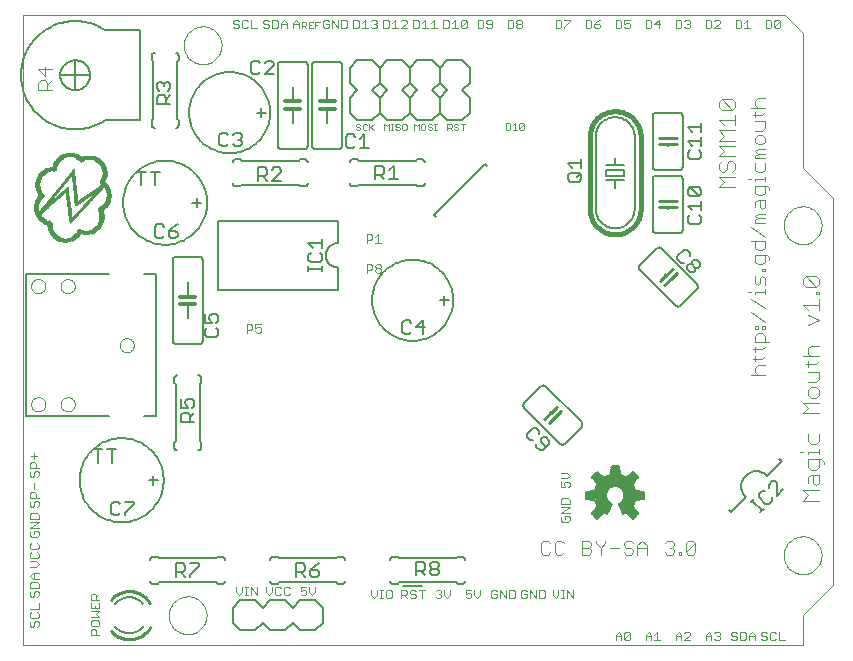
<source format=gto>
G75*
G70*
%OFA0B0*%
%FSLAX24Y24*%
%IPPOS*%
%LPD*%
%AMOC8*
5,1,8,0,0,1.08239X$1,22.5*
%
%ADD10C,0.0000*%
%ADD11C,0.0040*%
%ADD12C,0.0030*%
%ADD13C,0.0080*%
%ADD14C,0.0020*%
%ADD15R,0.0010X0.0130*%
%ADD16R,0.0010X0.0260*%
%ADD17R,0.0010X0.0330*%
%ADD18R,0.0010X0.0390*%
%ADD19R,0.0010X0.0450*%
%ADD20R,0.0010X0.0490*%
%ADD21R,0.0010X0.0530*%
%ADD22R,0.0010X0.0570*%
%ADD23R,0.0010X0.0610*%
%ADD24R,0.0010X0.0640*%
%ADD25R,0.0010X0.0670*%
%ADD26R,0.0010X0.0690*%
%ADD27R,0.0010X0.0730*%
%ADD28R,0.0010X0.0750*%
%ADD29R,0.0010X0.0770*%
%ADD30R,0.0010X0.0210*%
%ADD31R,0.0010X0.0320*%
%ADD32R,0.0010X0.0290*%
%ADD33R,0.0010X0.0370*%
%ADD34R,0.0010X0.0270*%
%ADD35R,0.0010X0.0420*%
%ADD36R,0.0010X0.0250*%
%ADD37R,0.0010X0.0460*%
%ADD38R,0.0010X0.0240*%
%ADD39R,0.0010X0.0520*%
%ADD40R,0.0010X0.0230*%
%ADD41R,0.0010X0.0550*%
%ADD42R,0.0010X0.0220*%
%ADD43R,0.0010X0.0800*%
%ADD44R,0.0010X0.0200*%
%ADD45R,0.0010X0.0190*%
%ADD46R,0.0010X0.0810*%
%ADD47R,0.0010X0.0280*%
%ADD48R,0.0010X0.0840*%
%ADD49R,0.0010X0.0360*%
%ADD50R,0.0010X0.0860*%
%ADD51R,0.0010X0.0880*%
%ADD52R,0.0010X0.0470*%
%ADD53R,0.0010X0.0350*%
%ADD54R,0.0010X0.0650*%
%ADD55R,0.0010X0.0310*%
%ADD56R,0.0010X0.0660*%
%ADD57R,0.0010X0.0410*%
%ADD58R,0.0010X0.0680*%
%ADD59R,0.0010X0.0700*%
%ADD60R,0.0010X0.0180*%
%ADD61R,0.0010X0.0170*%
%ADD62R,0.0010X0.0140*%
%ADD63R,0.0010X0.0110*%
%ADD64R,0.0010X0.0720*%
%ADD65R,0.0010X0.0090*%
%ADD66R,0.0010X0.0040*%
%ADD67R,0.0010X0.0160*%
%ADD68R,0.0010X0.0100*%
%ADD69R,0.0010X0.0050*%
%ADD70R,0.0010X0.0150*%
%ADD71R,0.0010X0.0120*%
%ADD72R,0.0010X0.0380*%
%ADD73R,0.0010X0.0590*%
%ADD74R,0.0010X0.0890*%
%ADD75R,0.0010X0.0970*%
%ADD76R,0.0010X0.0940*%
%ADD77R,0.0010X0.0740*%
%ADD78R,0.0010X0.0620*%
%ADD79R,0.0010X0.0510*%
%ADD80R,0.0010X0.0400*%
%ADD81R,0.0010X0.0500*%
%ADD82R,0.0010X0.0580*%
%ADD83R,0.0010X0.0760*%
%ADD84R,0.0010X0.0430*%
%ADD85R,0.0010X0.0340*%
%ADD86R,0.0010X0.0080*%
%ADD87R,0.0010X0.0440*%
%ADD88R,0.0010X0.0300*%
%ADD89R,0.0010X0.0980*%
%ADD90R,0.0010X0.1000*%
%ADD91R,0.0010X0.0630*%
%ADD92R,0.0010X0.0600*%
%ADD93R,0.0010X0.0560*%
%ADD94R,0.0010X0.0480*%
%ADD95C,0.0060*%
%ADD96C,0.0050*%
%ADD97C,0.0120*%
%ADD98C,0.0100*%
%ADD99C,0.0160*%
%ADD100C,0.0059*%
D10*
X001199Y000500D02*
X001199Y021496D01*
X026599Y021501D01*
X027199Y020900D01*
X027199Y016400D01*
X028199Y015400D01*
X028199Y002500D01*
X027199Y001500D01*
X027199Y000500D01*
X001199Y000500D01*
X006069Y001500D02*
X006071Y001550D01*
X006077Y001600D01*
X006087Y001649D01*
X006101Y001697D01*
X006118Y001744D01*
X006139Y001789D01*
X006164Y001833D01*
X006192Y001874D01*
X006224Y001913D01*
X006258Y001950D01*
X006295Y001984D01*
X006335Y002014D01*
X006377Y002041D01*
X006421Y002065D01*
X006467Y002086D01*
X006514Y002102D01*
X006562Y002115D01*
X006612Y002124D01*
X006661Y002129D01*
X006712Y002130D01*
X006762Y002127D01*
X006811Y002120D01*
X006860Y002109D01*
X006908Y002094D01*
X006954Y002076D01*
X006999Y002054D01*
X007042Y002028D01*
X007083Y001999D01*
X007122Y001967D01*
X007158Y001932D01*
X007190Y001894D01*
X007220Y001854D01*
X007247Y001811D01*
X007270Y001767D01*
X007289Y001721D01*
X007305Y001673D01*
X007317Y001624D01*
X007325Y001575D01*
X007329Y001525D01*
X007329Y001475D01*
X007325Y001425D01*
X007317Y001376D01*
X007305Y001327D01*
X007289Y001279D01*
X007270Y001233D01*
X007247Y001189D01*
X007220Y001146D01*
X007190Y001106D01*
X007158Y001068D01*
X007122Y001033D01*
X007083Y001001D01*
X007042Y000972D01*
X006999Y000946D01*
X006954Y000924D01*
X006908Y000906D01*
X006860Y000891D01*
X006811Y000880D01*
X006762Y000873D01*
X006712Y000870D01*
X006661Y000871D01*
X006612Y000876D01*
X006562Y000885D01*
X006514Y000898D01*
X006467Y000914D01*
X006421Y000935D01*
X006377Y000959D01*
X006335Y000986D01*
X006295Y001016D01*
X006258Y001050D01*
X006224Y001087D01*
X006192Y001126D01*
X006164Y001167D01*
X006139Y001211D01*
X006118Y001256D01*
X006101Y001303D01*
X006087Y001351D01*
X006077Y001400D01*
X006071Y001450D01*
X006069Y001500D01*
X002463Y008531D02*
X002465Y008561D01*
X002471Y008591D01*
X002480Y008620D01*
X002493Y008647D01*
X002510Y008672D01*
X002529Y008695D01*
X002552Y008716D01*
X002577Y008733D01*
X002603Y008747D01*
X002632Y008757D01*
X002661Y008764D01*
X002691Y008767D01*
X002722Y008766D01*
X002752Y008761D01*
X002781Y008752D01*
X002808Y008740D01*
X002834Y008725D01*
X002858Y008706D01*
X002879Y008684D01*
X002897Y008660D01*
X002912Y008633D01*
X002923Y008605D01*
X002931Y008576D01*
X002935Y008546D01*
X002935Y008516D01*
X002931Y008486D01*
X002923Y008457D01*
X002912Y008429D01*
X002897Y008402D01*
X002879Y008378D01*
X002858Y008356D01*
X002834Y008337D01*
X002808Y008322D01*
X002781Y008310D01*
X002752Y008301D01*
X002722Y008296D01*
X002691Y008295D01*
X002661Y008298D01*
X002632Y008305D01*
X002603Y008315D01*
X002577Y008329D01*
X002552Y008346D01*
X002529Y008367D01*
X002510Y008390D01*
X002493Y008415D01*
X002480Y008442D01*
X002471Y008471D01*
X002465Y008501D01*
X002463Y008531D01*
X001479Y008531D02*
X001481Y008561D01*
X001487Y008591D01*
X001496Y008620D01*
X001509Y008647D01*
X001526Y008672D01*
X001545Y008695D01*
X001568Y008716D01*
X001593Y008733D01*
X001619Y008747D01*
X001648Y008757D01*
X001677Y008764D01*
X001707Y008767D01*
X001738Y008766D01*
X001768Y008761D01*
X001797Y008752D01*
X001824Y008740D01*
X001850Y008725D01*
X001874Y008706D01*
X001895Y008684D01*
X001913Y008660D01*
X001928Y008633D01*
X001939Y008605D01*
X001947Y008576D01*
X001951Y008546D01*
X001951Y008516D01*
X001947Y008486D01*
X001939Y008457D01*
X001928Y008429D01*
X001913Y008402D01*
X001895Y008378D01*
X001874Y008356D01*
X001850Y008337D01*
X001824Y008322D01*
X001797Y008310D01*
X001768Y008301D01*
X001738Y008296D01*
X001707Y008295D01*
X001677Y008298D01*
X001648Y008305D01*
X001619Y008315D01*
X001593Y008329D01*
X001568Y008346D01*
X001545Y008367D01*
X001526Y008390D01*
X001509Y008415D01*
X001496Y008442D01*
X001487Y008471D01*
X001481Y008501D01*
X001479Y008531D01*
X004432Y010500D02*
X004434Y010530D01*
X004440Y010560D01*
X004449Y010589D01*
X004462Y010616D01*
X004479Y010641D01*
X004498Y010664D01*
X004521Y010685D01*
X004546Y010702D01*
X004572Y010716D01*
X004601Y010726D01*
X004630Y010733D01*
X004660Y010736D01*
X004691Y010735D01*
X004721Y010730D01*
X004750Y010721D01*
X004777Y010709D01*
X004803Y010694D01*
X004827Y010675D01*
X004848Y010653D01*
X004866Y010629D01*
X004881Y010602D01*
X004892Y010574D01*
X004900Y010545D01*
X004904Y010515D01*
X004904Y010485D01*
X004900Y010455D01*
X004892Y010426D01*
X004881Y010398D01*
X004866Y010371D01*
X004848Y010347D01*
X004827Y010325D01*
X004803Y010306D01*
X004777Y010291D01*
X004750Y010279D01*
X004721Y010270D01*
X004691Y010265D01*
X004660Y010264D01*
X004630Y010267D01*
X004601Y010274D01*
X004572Y010284D01*
X004546Y010298D01*
X004521Y010315D01*
X004498Y010336D01*
X004479Y010359D01*
X004462Y010384D01*
X004449Y010411D01*
X004440Y010440D01*
X004434Y010470D01*
X004432Y010500D01*
X002463Y012469D02*
X002465Y012499D01*
X002471Y012529D01*
X002480Y012558D01*
X002493Y012585D01*
X002510Y012610D01*
X002529Y012633D01*
X002552Y012654D01*
X002577Y012671D01*
X002603Y012685D01*
X002632Y012695D01*
X002661Y012702D01*
X002691Y012705D01*
X002722Y012704D01*
X002752Y012699D01*
X002781Y012690D01*
X002808Y012678D01*
X002834Y012663D01*
X002858Y012644D01*
X002879Y012622D01*
X002897Y012598D01*
X002912Y012571D01*
X002923Y012543D01*
X002931Y012514D01*
X002935Y012484D01*
X002935Y012454D01*
X002931Y012424D01*
X002923Y012395D01*
X002912Y012367D01*
X002897Y012340D01*
X002879Y012316D01*
X002858Y012294D01*
X002834Y012275D01*
X002808Y012260D01*
X002781Y012248D01*
X002752Y012239D01*
X002722Y012234D01*
X002691Y012233D01*
X002661Y012236D01*
X002632Y012243D01*
X002603Y012253D01*
X002577Y012267D01*
X002552Y012284D01*
X002529Y012305D01*
X002510Y012328D01*
X002493Y012353D01*
X002480Y012380D01*
X002471Y012409D01*
X002465Y012439D01*
X002463Y012469D01*
X001479Y012469D02*
X001481Y012499D01*
X001487Y012529D01*
X001496Y012558D01*
X001509Y012585D01*
X001526Y012610D01*
X001545Y012633D01*
X001568Y012654D01*
X001593Y012671D01*
X001619Y012685D01*
X001648Y012695D01*
X001677Y012702D01*
X001707Y012705D01*
X001738Y012704D01*
X001768Y012699D01*
X001797Y012690D01*
X001824Y012678D01*
X001850Y012663D01*
X001874Y012644D01*
X001895Y012622D01*
X001913Y012598D01*
X001928Y012571D01*
X001939Y012543D01*
X001947Y012514D01*
X001951Y012484D01*
X001951Y012454D01*
X001947Y012424D01*
X001939Y012395D01*
X001928Y012367D01*
X001913Y012340D01*
X001895Y012316D01*
X001874Y012294D01*
X001850Y012275D01*
X001824Y012260D01*
X001797Y012248D01*
X001768Y012239D01*
X001738Y012234D01*
X001707Y012233D01*
X001677Y012236D01*
X001648Y012243D01*
X001619Y012253D01*
X001593Y012267D01*
X001568Y012284D01*
X001545Y012305D01*
X001526Y012328D01*
X001509Y012353D01*
X001496Y012380D01*
X001487Y012409D01*
X001481Y012439D01*
X001479Y012469D01*
X006569Y020500D02*
X006571Y020550D01*
X006577Y020600D01*
X006587Y020649D01*
X006601Y020697D01*
X006618Y020744D01*
X006639Y020789D01*
X006664Y020833D01*
X006692Y020874D01*
X006724Y020913D01*
X006758Y020950D01*
X006795Y020984D01*
X006835Y021014D01*
X006877Y021041D01*
X006921Y021065D01*
X006967Y021086D01*
X007014Y021102D01*
X007062Y021115D01*
X007112Y021124D01*
X007161Y021129D01*
X007212Y021130D01*
X007262Y021127D01*
X007311Y021120D01*
X007360Y021109D01*
X007408Y021094D01*
X007454Y021076D01*
X007499Y021054D01*
X007542Y021028D01*
X007583Y020999D01*
X007622Y020967D01*
X007658Y020932D01*
X007690Y020894D01*
X007720Y020854D01*
X007747Y020811D01*
X007770Y020767D01*
X007789Y020721D01*
X007805Y020673D01*
X007817Y020624D01*
X007825Y020575D01*
X007829Y020525D01*
X007829Y020475D01*
X007825Y020425D01*
X007817Y020376D01*
X007805Y020327D01*
X007789Y020279D01*
X007770Y020233D01*
X007747Y020189D01*
X007720Y020146D01*
X007690Y020106D01*
X007658Y020068D01*
X007622Y020033D01*
X007583Y020001D01*
X007542Y019972D01*
X007499Y019946D01*
X007454Y019924D01*
X007408Y019906D01*
X007360Y019891D01*
X007311Y019880D01*
X007262Y019873D01*
X007212Y019870D01*
X007161Y019871D01*
X007112Y019876D01*
X007062Y019885D01*
X007014Y019898D01*
X006967Y019914D01*
X006921Y019935D01*
X006877Y019959D01*
X006835Y019986D01*
X006795Y020016D01*
X006758Y020050D01*
X006724Y020087D01*
X006692Y020126D01*
X006664Y020167D01*
X006639Y020211D01*
X006618Y020256D01*
X006601Y020303D01*
X006587Y020351D01*
X006577Y020400D01*
X006571Y020450D01*
X006569Y020500D01*
X026569Y014500D02*
X026571Y014550D01*
X026577Y014600D01*
X026587Y014649D01*
X026601Y014697D01*
X026618Y014744D01*
X026639Y014789D01*
X026664Y014833D01*
X026692Y014874D01*
X026724Y014913D01*
X026758Y014950D01*
X026795Y014984D01*
X026835Y015014D01*
X026877Y015041D01*
X026921Y015065D01*
X026967Y015086D01*
X027014Y015102D01*
X027062Y015115D01*
X027112Y015124D01*
X027161Y015129D01*
X027212Y015130D01*
X027262Y015127D01*
X027311Y015120D01*
X027360Y015109D01*
X027408Y015094D01*
X027454Y015076D01*
X027499Y015054D01*
X027542Y015028D01*
X027583Y014999D01*
X027622Y014967D01*
X027658Y014932D01*
X027690Y014894D01*
X027720Y014854D01*
X027747Y014811D01*
X027770Y014767D01*
X027789Y014721D01*
X027805Y014673D01*
X027817Y014624D01*
X027825Y014575D01*
X027829Y014525D01*
X027829Y014475D01*
X027825Y014425D01*
X027817Y014376D01*
X027805Y014327D01*
X027789Y014279D01*
X027770Y014233D01*
X027747Y014189D01*
X027720Y014146D01*
X027690Y014106D01*
X027658Y014068D01*
X027622Y014033D01*
X027583Y014001D01*
X027542Y013972D01*
X027499Y013946D01*
X027454Y013924D01*
X027408Y013906D01*
X027360Y013891D01*
X027311Y013880D01*
X027262Y013873D01*
X027212Y013870D01*
X027161Y013871D01*
X027112Y013876D01*
X027062Y013885D01*
X027014Y013898D01*
X026967Y013914D01*
X026921Y013935D01*
X026877Y013959D01*
X026835Y013986D01*
X026795Y014016D01*
X026758Y014050D01*
X026724Y014087D01*
X026692Y014126D01*
X026664Y014167D01*
X026639Y014211D01*
X026618Y014256D01*
X026601Y014303D01*
X026587Y014351D01*
X026577Y014400D01*
X026571Y014450D01*
X026569Y014500D01*
X026569Y003500D02*
X026571Y003550D01*
X026577Y003600D01*
X026587Y003649D01*
X026601Y003697D01*
X026618Y003744D01*
X026639Y003789D01*
X026664Y003833D01*
X026692Y003874D01*
X026724Y003913D01*
X026758Y003950D01*
X026795Y003984D01*
X026835Y004014D01*
X026877Y004041D01*
X026921Y004065D01*
X026967Y004086D01*
X027014Y004102D01*
X027062Y004115D01*
X027112Y004124D01*
X027161Y004129D01*
X027212Y004130D01*
X027262Y004127D01*
X027311Y004120D01*
X027360Y004109D01*
X027408Y004094D01*
X027454Y004076D01*
X027499Y004054D01*
X027542Y004028D01*
X027583Y003999D01*
X027622Y003967D01*
X027658Y003932D01*
X027690Y003894D01*
X027720Y003854D01*
X027747Y003811D01*
X027770Y003767D01*
X027789Y003721D01*
X027805Y003673D01*
X027817Y003624D01*
X027825Y003575D01*
X027829Y003525D01*
X027829Y003475D01*
X027825Y003425D01*
X027817Y003376D01*
X027805Y003327D01*
X027789Y003279D01*
X027770Y003233D01*
X027747Y003189D01*
X027720Y003146D01*
X027690Y003106D01*
X027658Y003068D01*
X027622Y003033D01*
X027583Y003001D01*
X027542Y002972D01*
X027499Y002946D01*
X027454Y002924D01*
X027408Y002906D01*
X027360Y002891D01*
X027311Y002880D01*
X027262Y002873D01*
X027212Y002870D01*
X027161Y002871D01*
X027112Y002876D01*
X027062Y002885D01*
X027014Y002898D01*
X026967Y002914D01*
X026921Y002935D01*
X026877Y002959D01*
X026835Y002986D01*
X026795Y003016D01*
X026758Y003050D01*
X026724Y003087D01*
X026692Y003126D01*
X026664Y003167D01*
X026639Y003211D01*
X026618Y003256D01*
X026601Y003303D01*
X026587Y003351D01*
X026577Y003400D01*
X026571Y003450D01*
X026569Y003500D01*
D11*
X027209Y005320D02*
X027382Y005493D01*
X027209Y005667D01*
X027729Y005667D01*
X027642Y005836D02*
X027556Y005922D01*
X027556Y006183D01*
X027469Y006183D02*
X027729Y006183D01*
X027729Y005922D01*
X027642Y005836D01*
X027382Y005922D02*
X027382Y006096D01*
X027469Y006183D01*
X027469Y006351D02*
X027642Y006351D01*
X027729Y006438D01*
X027729Y006698D01*
X027816Y006698D02*
X027382Y006698D01*
X027382Y006438D01*
X027469Y006351D01*
X027903Y006525D02*
X027903Y006612D01*
X027816Y006698D01*
X027729Y006867D02*
X027729Y007040D01*
X027729Y006954D02*
X027382Y006954D01*
X027382Y006867D01*
X027209Y006954D02*
X027122Y006954D01*
X027382Y007297D02*
X027469Y007211D01*
X027642Y007211D01*
X027729Y007297D01*
X027729Y007558D01*
X027382Y007558D02*
X027382Y007297D01*
X027209Y008242D02*
X027382Y008415D01*
X027209Y008589D01*
X027729Y008589D01*
X027642Y008758D02*
X027469Y008758D01*
X027382Y008844D01*
X027382Y009018D01*
X027469Y009105D01*
X027642Y009105D01*
X027729Y009018D01*
X027729Y008844D01*
X027642Y008758D01*
X027642Y009273D02*
X027382Y009273D01*
X027642Y009273D02*
X027729Y009360D01*
X027729Y009620D01*
X027382Y009620D01*
X027382Y009789D02*
X027382Y009962D01*
X027295Y009876D02*
X027642Y009876D01*
X027729Y009962D01*
X027729Y010133D02*
X027209Y010133D01*
X027382Y010219D02*
X027382Y010393D01*
X027469Y010480D01*
X027729Y010480D01*
X027469Y010133D02*
X027382Y010219D01*
X027382Y011164D02*
X027729Y011337D01*
X027382Y011511D01*
X027382Y011680D02*
X027209Y011853D01*
X027729Y011853D01*
X027729Y011680D02*
X027729Y012027D01*
X027729Y012195D02*
X027729Y012282D01*
X027642Y012282D01*
X027642Y012195D01*
X027729Y012195D01*
X027642Y012453D02*
X027295Y012453D01*
X027209Y012540D01*
X027209Y012713D01*
X027295Y012800D01*
X027642Y012453D01*
X027729Y012540D01*
X027729Y012713D01*
X027642Y012800D01*
X027295Y012800D01*
X026083Y013357D02*
X026083Y013433D01*
X026006Y013510D01*
X025622Y013510D01*
X025622Y013280D01*
X025699Y013203D01*
X025852Y013203D01*
X025929Y013280D01*
X025929Y013510D01*
X025852Y013664D02*
X025699Y013664D01*
X025622Y013740D01*
X025622Y013970D01*
X025469Y013970D02*
X025929Y013970D01*
X025929Y013740D01*
X025852Y013664D01*
X025929Y014124D02*
X025469Y014431D01*
X025622Y014584D02*
X025622Y014661D01*
X025699Y014738D01*
X025622Y014815D01*
X025699Y014891D01*
X025929Y014891D01*
X025929Y014738D02*
X025699Y014738D01*
X025622Y014584D02*
X025929Y014584D01*
X025852Y015045D02*
X025776Y015121D01*
X025776Y015352D01*
X025699Y015352D02*
X025929Y015352D01*
X025929Y015121D01*
X025852Y015045D01*
X025622Y015121D02*
X025622Y015275D01*
X025699Y015352D01*
X025699Y015505D02*
X025852Y015505D01*
X025929Y015582D01*
X025929Y015812D01*
X026006Y015812D02*
X025622Y015812D01*
X025622Y015582D01*
X025699Y015505D01*
X026083Y015659D02*
X026083Y015735D01*
X026006Y015812D01*
X025929Y015965D02*
X025929Y016119D01*
X025929Y016042D02*
X025622Y016042D01*
X025622Y015965D01*
X025469Y016042D02*
X025392Y016042D01*
X025699Y016272D02*
X025852Y016272D01*
X025929Y016349D01*
X025929Y016579D01*
X025929Y016733D02*
X025622Y016733D01*
X025622Y016810D01*
X025699Y016886D01*
X025622Y016963D01*
X025699Y017040D01*
X025929Y017040D01*
X025929Y016886D02*
X025699Y016886D01*
X025622Y016579D02*
X025622Y016349D01*
X025699Y016272D01*
X024929Y016372D02*
X024842Y016286D01*
X024929Y016372D02*
X024929Y016546D01*
X024842Y016633D01*
X024756Y016633D01*
X024669Y016546D01*
X024669Y016372D01*
X024582Y016286D01*
X024495Y016286D01*
X024409Y016372D01*
X024409Y016546D01*
X024495Y016633D01*
X024409Y016801D02*
X024582Y016975D01*
X024409Y017148D01*
X024929Y017148D01*
X024929Y017317D02*
X024409Y017317D01*
X024582Y017490D01*
X024409Y017664D01*
X024929Y017664D01*
X024929Y017833D02*
X024929Y018180D01*
X024929Y018006D02*
X024409Y018006D01*
X024582Y017833D01*
X024495Y018348D02*
X024409Y018435D01*
X024409Y018608D01*
X024495Y018695D01*
X024842Y018348D01*
X024929Y018435D01*
X024929Y018608D01*
X024842Y018695D01*
X024495Y018695D01*
X024495Y018348D02*
X024842Y018348D01*
X025469Y018421D02*
X025929Y018421D01*
X025929Y018267D02*
X025852Y018191D01*
X025545Y018191D01*
X025622Y018114D02*
X025622Y018267D01*
X025699Y018421D02*
X025622Y018498D01*
X025622Y018651D01*
X025699Y018728D01*
X025929Y018728D01*
X025929Y017961D02*
X025622Y017961D01*
X025929Y017961D02*
X025929Y017730D01*
X025852Y017654D01*
X025622Y017654D01*
X025699Y017500D02*
X025622Y017423D01*
X025622Y017270D01*
X025699Y017193D01*
X025852Y017193D01*
X025929Y017270D01*
X025929Y017423D01*
X025852Y017500D01*
X025699Y017500D01*
X024929Y016801D02*
X024409Y016801D01*
X024409Y016117D02*
X024929Y016117D01*
X024582Y015943D02*
X024409Y016117D01*
X024582Y015943D02*
X024409Y015770D01*
X024929Y015770D01*
X025852Y013050D02*
X025929Y013050D01*
X025929Y012973D01*
X025852Y012973D01*
X025852Y013050D01*
X025852Y012819D02*
X025776Y012743D01*
X025776Y012589D01*
X025699Y012513D01*
X025622Y012589D01*
X025622Y012819D01*
X025852Y012819D02*
X025929Y012743D01*
X025929Y012513D01*
X025929Y012359D02*
X025929Y012206D01*
X025929Y012282D02*
X025622Y012282D01*
X025622Y012206D01*
X025469Y012282D02*
X025392Y012282D01*
X025469Y012052D02*
X025929Y011745D01*
X025929Y011285D02*
X025469Y011592D01*
X025622Y011131D02*
X025699Y011131D01*
X025699Y011055D01*
X025622Y011055D01*
X025622Y011131D01*
X025852Y011131D02*
X025852Y011055D01*
X025929Y011055D01*
X025929Y011131D01*
X025852Y011131D01*
X025852Y010901D02*
X025699Y010901D01*
X025622Y010824D01*
X025622Y010594D01*
X026083Y010594D01*
X025929Y010594D02*
X025929Y010824D01*
X025852Y010901D01*
X025929Y010441D02*
X025852Y010364D01*
X025545Y010364D01*
X025622Y010287D02*
X025622Y010441D01*
X025622Y010134D02*
X025622Y009980D01*
X025545Y010057D02*
X025852Y010057D01*
X025929Y010134D01*
X025929Y009827D02*
X025699Y009827D01*
X025622Y009750D01*
X025622Y009597D01*
X025699Y009520D01*
X025469Y009520D02*
X025929Y009520D01*
X027209Y008242D02*
X027729Y008242D01*
X027729Y005320D02*
X027209Y005320D01*
X023610Y003904D02*
X023610Y003597D01*
X023533Y003520D01*
X023380Y003520D01*
X023303Y003597D01*
X023610Y003904D01*
X023533Y003980D01*
X023380Y003980D01*
X023303Y003904D01*
X023303Y003597D01*
X023150Y003597D02*
X023150Y003520D01*
X023073Y003520D01*
X023073Y003597D01*
X023150Y003597D01*
X022920Y003597D02*
X022843Y003520D01*
X022689Y003520D01*
X022613Y003597D01*
X022766Y003750D02*
X022843Y003750D01*
X022920Y003673D01*
X022920Y003597D01*
X022843Y003750D02*
X022920Y003827D01*
X022920Y003904D01*
X022843Y003980D01*
X022689Y003980D01*
X022613Y003904D01*
X021999Y003827D02*
X021999Y003520D01*
X021999Y003750D02*
X021692Y003750D01*
X021692Y003827D02*
X021845Y003980D01*
X021999Y003827D01*
X021692Y003827D02*
X021692Y003520D01*
X021538Y003597D02*
X021462Y003520D01*
X021308Y003520D01*
X021231Y003597D01*
X021308Y003750D02*
X021231Y003827D01*
X021231Y003904D01*
X021308Y003980D01*
X021462Y003980D01*
X021538Y003904D01*
X021462Y003750D02*
X021538Y003673D01*
X021538Y003597D01*
X021462Y003750D02*
X021308Y003750D01*
X021078Y003750D02*
X020771Y003750D01*
X020618Y003904D02*
X020618Y003980D01*
X020618Y003904D02*
X020464Y003750D01*
X020464Y003520D01*
X020464Y003750D02*
X020311Y003904D01*
X020311Y003980D01*
X020157Y003904D02*
X020157Y003827D01*
X020080Y003750D01*
X019850Y003750D01*
X019850Y003520D02*
X020080Y003520D01*
X020157Y003597D01*
X020157Y003673D01*
X020080Y003750D01*
X020157Y003904D02*
X020080Y003980D01*
X019850Y003980D01*
X019850Y003520D01*
X019236Y003597D02*
X019160Y003520D01*
X019006Y003520D01*
X018929Y003597D01*
X018929Y003904D01*
X019006Y003980D01*
X019160Y003980D01*
X019236Y003904D01*
X018776Y003904D02*
X018699Y003980D01*
X018546Y003980D01*
X018469Y003904D01*
X018469Y003597D01*
X018546Y003520D01*
X018699Y003520D01*
X018776Y003597D01*
X002179Y019020D02*
X001719Y019020D01*
X001719Y019250D01*
X001795Y019327D01*
X001949Y019327D01*
X002026Y019250D01*
X002026Y019020D01*
X002026Y019173D02*
X002179Y019327D01*
X001949Y019480D02*
X001719Y019711D01*
X002179Y019711D01*
X001949Y019787D02*
X001949Y019480D01*
D12*
X008214Y021113D02*
X008262Y021065D01*
X008359Y021065D01*
X008408Y021113D01*
X008408Y021162D01*
X008359Y021210D01*
X008262Y021210D01*
X008214Y021258D01*
X008214Y021307D01*
X008262Y021355D01*
X008359Y021355D01*
X008408Y021307D01*
X008509Y021307D02*
X008509Y021113D01*
X008557Y021065D01*
X008654Y021065D01*
X008702Y021113D01*
X008803Y021065D02*
X008803Y021355D01*
X008702Y021307D02*
X008654Y021355D01*
X008557Y021355D01*
X008509Y021307D01*
X008803Y021065D02*
X008997Y021065D01*
X009214Y021113D02*
X009262Y021065D01*
X009359Y021065D01*
X009408Y021113D01*
X009408Y021162D01*
X009359Y021210D01*
X009262Y021210D01*
X009214Y021258D01*
X009214Y021307D01*
X009262Y021355D01*
X009359Y021355D01*
X009408Y021307D01*
X009509Y021355D02*
X009654Y021355D01*
X009702Y021307D01*
X009702Y021113D01*
X009654Y021065D01*
X009509Y021065D01*
X009509Y021355D01*
X009803Y021258D02*
X009803Y021065D01*
X009803Y021210D02*
X009997Y021210D01*
X009997Y021258D02*
X009997Y021065D01*
X009997Y021258D02*
X009900Y021355D01*
X009803Y021258D01*
X010214Y021258D02*
X010214Y021065D01*
X010214Y021210D02*
X010408Y021210D01*
X010408Y021258D02*
X010408Y021065D01*
X010408Y021258D02*
X010311Y021355D01*
X010214Y021258D01*
X011214Y021307D02*
X011214Y021113D01*
X011262Y021065D01*
X011359Y021065D01*
X011408Y021113D01*
X011408Y021210D01*
X011311Y021210D01*
X011408Y021307D02*
X011359Y021355D01*
X011262Y021355D01*
X011214Y021307D01*
X011509Y021355D02*
X011509Y021065D01*
X011702Y021065D02*
X011509Y021355D01*
X011702Y021355D02*
X011702Y021065D01*
X011803Y021065D02*
X011948Y021065D01*
X011997Y021113D01*
X011997Y021307D01*
X011948Y021355D01*
X011803Y021355D01*
X011803Y021065D01*
X012214Y021065D02*
X012359Y021065D01*
X012408Y021113D01*
X012408Y021307D01*
X012359Y021355D01*
X012214Y021355D01*
X012214Y021065D01*
X012509Y021065D02*
X012702Y021065D01*
X012605Y021065D02*
X012605Y021355D01*
X012509Y021258D01*
X012803Y021307D02*
X012852Y021355D01*
X012948Y021355D01*
X012997Y021307D01*
X012997Y021258D01*
X012948Y021210D01*
X012997Y021162D01*
X012997Y021113D01*
X012948Y021065D01*
X012852Y021065D01*
X012803Y021113D01*
X012900Y021210D02*
X012948Y021210D01*
X013214Y021355D02*
X013214Y021065D01*
X013359Y021065D01*
X013408Y021113D01*
X013408Y021307D01*
X013359Y021355D01*
X013214Y021355D01*
X013509Y021258D02*
X013605Y021355D01*
X013605Y021065D01*
X013509Y021065D02*
X013702Y021065D01*
X013803Y021065D02*
X013997Y021258D01*
X013997Y021307D01*
X013948Y021355D01*
X013852Y021355D01*
X013803Y021307D01*
X013803Y021065D02*
X013997Y021065D01*
X014214Y021065D02*
X014214Y021355D01*
X014359Y021355D01*
X014408Y021307D01*
X014408Y021113D01*
X014359Y021065D01*
X014214Y021065D01*
X014509Y021065D02*
X014702Y021065D01*
X014605Y021065D02*
X014605Y021355D01*
X014509Y021258D01*
X014803Y021258D02*
X014900Y021355D01*
X014900Y021065D01*
X014803Y021065D02*
X014997Y021065D01*
X015214Y021065D02*
X015214Y021355D01*
X015359Y021355D01*
X015408Y021307D01*
X015408Y021113D01*
X015359Y021065D01*
X015214Y021065D01*
X015509Y021065D02*
X015702Y021065D01*
X015605Y021065D02*
X015605Y021355D01*
X015509Y021258D01*
X015803Y021307D02*
X015803Y021113D01*
X015997Y021307D01*
X015997Y021113D01*
X015948Y021065D01*
X015852Y021065D01*
X015803Y021113D01*
X015803Y021307D02*
X015852Y021355D01*
X015948Y021355D01*
X015997Y021307D01*
X016364Y021355D02*
X016364Y021065D01*
X016509Y021065D01*
X016558Y021113D01*
X016558Y021307D01*
X016509Y021355D01*
X016364Y021355D01*
X016659Y021307D02*
X016659Y021258D01*
X016707Y021210D01*
X016852Y021210D01*
X016852Y021113D02*
X016852Y021307D01*
X016804Y021355D01*
X016707Y021355D01*
X016659Y021307D01*
X016659Y021113D02*
X016707Y021065D01*
X016804Y021065D01*
X016852Y021113D01*
X017364Y021065D02*
X017509Y021065D01*
X017558Y021113D01*
X017558Y021307D01*
X017509Y021355D01*
X017364Y021355D01*
X017364Y021065D01*
X017659Y021113D02*
X017659Y021162D01*
X017707Y021210D01*
X017804Y021210D01*
X017852Y021162D01*
X017852Y021113D01*
X017804Y021065D01*
X017707Y021065D01*
X017659Y021113D01*
X017707Y021210D02*
X017659Y021258D01*
X017659Y021307D01*
X017707Y021355D01*
X017804Y021355D01*
X017852Y021307D01*
X017852Y021258D01*
X017804Y021210D01*
X018964Y021065D02*
X019109Y021065D01*
X019158Y021113D01*
X019158Y021307D01*
X019109Y021355D01*
X018964Y021355D01*
X018964Y021065D01*
X019259Y021065D02*
X019259Y021113D01*
X019452Y021307D01*
X019452Y021355D01*
X019259Y021355D01*
X019964Y021355D02*
X019964Y021065D01*
X020109Y021065D01*
X020158Y021113D01*
X020158Y021307D01*
X020109Y021355D01*
X019964Y021355D01*
X020259Y021210D02*
X020404Y021210D01*
X020452Y021162D01*
X020452Y021113D01*
X020404Y021065D01*
X020307Y021065D01*
X020259Y021113D01*
X020259Y021210D01*
X020355Y021307D01*
X020452Y021355D01*
X020964Y021355D02*
X020964Y021065D01*
X021109Y021065D01*
X021158Y021113D01*
X021158Y021307D01*
X021109Y021355D01*
X020964Y021355D01*
X021259Y021355D02*
X021259Y021210D01*
X021355Y021258D01*
X021404Y021258D01*
X021452Y021210D01*
X021452Y021113D01*
X021404Y021065D01*
X021307Y021065D01*
X021259Y021113D01*
X021259Y021355D02*
X021452Y021355D01*
X021964Y021355D02*
X021964Y021065D01*
X022109Y021065D01*
X022158Y021113D01*
X022158Y021307D01*
X022109Y021355D01*
X021964Y021355D01*
X022259Y021210D02*
X022452Y021210D01*
X022404Y021065D02*
X022404Y021355D01*
X022259Y021210D01*
X022964Y021065D02*
X023109Y021065D01*
X023158Y021113D01*
X023158Y021307D01*
X023109Y021355D01*
X022964Y021355D01*
X022964Y021065D01*
X023259Y021113D02*
X023307Y021065D01*
X023404Y021065D01*
X023452Y021113D01*
X023452Y021162D01*
X023404Y021210D01*
X023355Y021210D01*
X023404Y021210D02*
X023452Y021258D01*
X023452Y021307D01*
X023404Y021355D01*
X023307Y021355D01*
X023259Y021307D01*
X023964Y021355D02*
X023964Y021065D01*
X024109Y021065D01*
X024158Y021113D01*
X024158Y021307D01*
X024109Y021355D01*
X023964Y021355D01*
X024259Y021307D02*
X024307Y021355D01*
X024404Y021355D01*
X024452Y021307D01*
X024452Y021258D01*
X024259Y021065D01*
X024452Y021065D01*
X024964Y021065D02*
X024964Y021355D01*
X025109Y021355D01*
X025158Y021307D01*
X025158Y021113D01*
X025109Y021065D01*
X024964Y021065D01*
X025259Y021065D02*
X025452Y021065D01*
X025355Y021065D02*
X025355Y021355D01*
X025259Y021258D01*
X025964Y021355D02*
X025964Y021065D01*
X026109Y021065D01*
X026158Y021113D01*
X026158Y021307D01*
X026109Y021355D01*
X025964Y021355D01*
X026259Y021307D02*
X026259Y021113D01*
X026452Y021307D01*
X026452Y021113D01*
X026404Y021065D01*
X026307Y021065D01*
X026259Y021113D01*
X026259Y021307D02*
X026307Y021355D01*
X026404Y021355D01*
X026452Y021307D01*
X013055Y014205D02*
X013055Y013915D01*
X012959Y013915D02*
X013152Y013915D01*
X012959Y014108D02*
X013055Y014205D01*
X012858Y014157D02*
X012858Y014060D01*
X012809Y014012D01*
X012664Y014012D01*
X012664Y013915D02*
X012664Y014205D01*
X012809Y014205D01*
X012858Y014157D01*
X012809Y013205D02*
X012664Y013205D01*
X012664Y012915D01*
X012664Y013012D02*
X012809Y013012D01*
X012858Y013060D01*
X012858Y013157D01*
X012809Y013205D01*
X012959Y013157D02*
X012959Y013108D01*
X013007Y013060D01*
X013104Y013060D01*
X013152Y013012D01*
X013152Y012963D01*
X013104Y012915D01*
X013007Y012915D01*
X012959Y012963D01*
X012959Y013012D01*
X013007Y013060D01*
X013104Y013060D02*
X013152Y013108D01*
X013152Y013157D01*
X013104Y013205D01*
X013007Y013205D01*
X012959Y013157D01*
X009152Y011205D02*
X008959Y011205D01*
X008959Y011060D01*
X009055Y011108D01*
X009104Y011108D01*
X009152Y011060D01*
X009152Y010963D01*
X009104Y010915D01*
X009007Y010915D01*
X008959Y010963D01*
X008858Y011060D02*
X008809Y011012D01*
X008664Y011012D01*
X008664Y010915D02*
X008664Y011205D01*
X008809Y011205D01*
X008858Y011157D01*
X008858Y011060D01*
X001734Y006410D02*
X001444Y006410D01*
X001444Y006555D01*
X001492Y006603D01*
X001589Y006603D01*
X001637Y006555D01*
X001637Y006410D01*
X001637Y006308D02*
X001686Y006308D01*
X001734Y006260D01*
X001734Y006163D01*
X001686Y006115D01*
X001589Y006163D02*
X001589Y006260D01*
X001637Y006308D01*
X001492Y006308D02*
X001444Y006260D01*
X001444Y006163D01*
X001492Y006115D01*
X001541Y006115D01*
X001589Y006163D01*
X001589Y005898D02*
X001589Y005704D01*
X001589Y005603D02*
X001637Y005555D01*
X001637Y005410D01*
X001734Y005410D02*
X001444Y005410D01*
X001444Y005555D01*
X001492Y005603D01*
X001589Y005603D01*
X001637Y005308D02*
X001686Y005308D01*
X001734Y005260D01*
X001734Y005163D01*
X001686Y005115D01*
X001589Y005163D02*
X001589Y005260D01*
X001637Y005308D01*
X001492Y005308D02*
X001444Y005260D01*
X001444Y005163D01*
X001492Y005115D01*
X001541Y005115D01*
X001589Y005163D01*
X001686Y004898D02*
X001492Y004898D01*
X001444Y004849D01*
X001444Y004704D01*
X001734Y004704D01*
X001734Y004849D01*
X001686Y004898D01*
X001734Y004603D02*
X001444Y004603D01*
X001444Y004410D02*
X001734Y004603D01*
X001734Y004410D02*
X001444Y004410D01*
X001492Y004308D02*
X001444Y004260D01*
X001444Y004163D01*
X001492Y004115D01*
X001686Y004115D01*
X001734Y004163D01*
X001734Y004260D01*
X001686Y004308D01*
X001589Y004308D01*
X001589Y004212D01*
X001686Y003898D02*
X001734Y003849D01*
X001734Y003753D01*
X001686Y003704D01*
X001492Y003704D01*
X001444Y003753D01*
X001444Y003849D01*
X001492Y003898D01*
X001492Y003603D02*
X001444Y003555D01*
X001444Y003458D01*
X001492Y003410D01*
X001686Y003410D01*
X001734Y003458D01*
X001734Y003555D01*
X001686Y003603D01*
X001637Y003308D02*
X001444Y003308D01*
X001444Y003115D02*
X001637Y003115D01*
X001734Y003212D01*
X001637Y003308D01*
X001589Y002898D02*
X001589Y002704D01*
X001541Y002704D02*
X001444Y002801D01*
X001541Y002898D01*
X001734Y002898D01*
X001734Y002704D02*
X001541Y002704D01*
X001492Y002603D02*
X001444Y002555D01*
X001444Y002410D01*
X001734Y002410D01*
X001734Y002555D01*
X001686Y002603D01*
X001492Y002603D01*
X001492Y002308D02*
X001444Y002260D01*
X001444Y002163D01*
X001492Y002115D01*
X001541Y002115D01*
X001589Y002163D01*
X001589Y002260D01*
X001637Y002308D01*
X001686Y002308D01*
X001734Y002260D01*
X001734Y002163D01*
X001686Y002115D01*
X001734Y001898D02*
X001734Y001704D01*
X001444Y001704D01*
X001492Y001603D02*
X001444Y001555D01*
X001444Y001458D01*
X001492Y001410D01*
X001686Y001410D01*
X001734Y001458D01*
X001734Y001555D01*
X001686Y001603D01*
X001686Y001308D02*
X001734Y001260D01*
X001734Y001163D01*
X001686Y001115D01*
X001589Y001163D02*
X001589Y001260D01*
X001637Y001308D01*
X001686Y001308D01*
X001589Y001163D02*
X001541Y001115D01*
X001492Y001115D01*
X001444Y001163D01*
X001444Y001260D01*
X001492Y001308D01*
X003464Y001282D02*
X003512Y001330D01*
X003706Y001330D01*
X003754Y001282D01*
X003754Y001185D01*
X003706Y001136D01*
X003512Y001136D01*
X003464Y001185D01*
X003464Y001282D01*
X003464Y001431D02*
X003754Y001431D01*
X003657Y001528D01*
X003754Y001625D01*
X003464Y001625D01*
X003464Y001726D02*
X003754Y001726D01*
X003754Y001919D01*
X003754Y002020D02*
X003464Y002020D01*
X003464Y002165D01*
X003512Y002214D01*
X003609Y002214D01*
X003657Y002165D01*
X003657Y002020D01*
X003657Y002117D02*
X003754Y002214D01*
X003464Y001919D02*
X003464Y001726D01*
X003609Y001726D02*
X003609Y001822D01*
X003609Y001035D02*
X003657Y000987D01*
X003657Y000842D01*
X003754Y000842D02*
X003464Y000842D01*
X003464Y000987D01*
X003512Y001035D01*
X003609Y001035D01*
X008314Y002262D02*
X008411Y002165D01*
X008508Y002262D01*
X008508Y002455D01*
X008609Y002455D02*
X008705Y002455D01*
X008657Y002455D02*
X008657Y002165D01*
X008609Y002165D02*
X008705Y002165D01*
X008805Y002165D02*
X008805Y002455D01*
X008999Y002165D01*
X008999Y002455D01*
X009314Y002455D02*
X009314Y002262D01*
X009411Y002165D01*
X009508Y002262D01*
X009508Y002455D01*
X009609Y002407D02*
X009609Y002213D01*
X009657Y002165D01*
X009754Y002165D01*
X009802Y002213D01*
X009903Y002213D02*
X009952Y002165D01*
X010048Y002165D01*
X010097Y002213D01*
X009903Y002213D02*
X009903Y002407D01*
X009952Y002455D01*
X010048Y002455D01*
X010097Y002407D01*
X009802Y002407D02*
X009754Y002455D01*
X009657Y002455D01*
X009609Y002407D01*
X010464Y002455D02*
X010464Y002310D01*
X010561Y002358D01*
X010609Y002358D01*
X010658Y002310D01*
X010658Y002213D01*
X010609Y002165D01*
X010512Y002165D01*
X010464Y002213D01*
X010464Y002455D02*
X010658Y002455D01*
X010759Y002455D02*
X010759Y002262D01*
X010855Y002165D01*
X010952Y002262D01*
X010952Y002455D01*
X012814Y002355D02*
X012814Y002162D01*
X012911Y002065D01*
X013008Y002162D01*
X013008Y002355D01*
X013109Y002355D02*
X013205Y002355D01*
X013157Y002355D02*
X013157Y002065D01*
X013109Y002065D02*
X013205Y002065D01*
X013305Y002113D02*
X013354Y002065D01*
X013450Y002065D01*
X013499Y002113D01*
X013499Y002307D01*
X013450Y002355D01*
X013354Y002355D01*
X013305Y002307D01*
X013305Y002113D01*
X013814Y002065D02*
X013814Y002355D01*
X013959Y002355D01*
X014008Y002307D01*
X014008Y002210D01*
X013959Y002162D01*
X013814Y002162D01*
X013911Y002162D02*
X014008Y002065D01*
X014109Y002113D02*
X014157Y002065D01*
X014254Y002065D01*
X014302Y002113D01*
X014302Y002162D01*
X014254Y002210D01*
X014157Y002210D01*
X014109Y002258D01*
X014109Y002307D01*
X014157Y002355D01*
X014254Y002355D01*
X014302Y002307D01*
X014403Y002355D02*
X014597Y002355D01*
X014500Y002355D02*
X014500Y002065D01*
X014964Y002113D02*
X015012Y002065D01*
X015109Y002065D01*
X015158Y002113D01*
X015158Y002162D01*
X015109Y002210D01*
X015061Y002210D01*
X015109Y002210D02*
X015158Y002258D01*
X015158Y002307D01*
X015109Y002355D01*
X015012Y002355D01*
X014964Y002307D01*
X015259Y002355D02*
X015259Y002162D01*
X015355Y002065D01*
X015452Y002162D01*
X015452Y002355D01*
X015964Y002355D02*
X015964Y002210D01*
X016061Y002258D01*
X016109Y002258D01*
X016158Y002210D01*
X016158Y002113D01*
X016109Y002065D01*
X016012Y002065D01*
X015964Y002113D01*
X015964Y002355D02*
X016158Y002355D01*
X016259Y002355D02*
X016259Y002162D01*
X016355Y002065D01*
X016452Y002162D01*
X016452Y002355D01*
X016814Y002307D02*
X016814Y002113D01*
X016862Y002065D01*
X016959Y002065D01*
X017008Y002113D01*
X017008Y002210D01*
X016911Y002210D01*
X017008Y002307D02*
X016959Y002355D01*
X016862Y002355D01*
X016814Y002307D01*
X017109Y002355D02*
X017302Y002065D01*
X017302Y002355D01*
X017403Y002355D02*
X017403Y002065D01*
X017548Y002065D01*
X017597Y002113D01*
X017597Y002307D01*
X017548Y002355D01*
X017403Y002355D01*
X017109Y002355D02*
X017109Y002065D01*
X017814Y002113D02*
X017862Y002065D01*
X017959Y002065D01*
X018008Y002113D01*
X018008Y002210D01*
X017911Y002210D01*
X018008Y002307D02*
X017959Y002355D01*
X017862Y002355D01*
X017814Y002307D01*
X017814Y002113D01*
X018109Y002065D02*
X018109Y002355D01*
X018302Y002065D01*
X018302Y002355D01*
X018403Y002355D02*
X018548Y002355D01*
X018597Y002307D01*
X018597Y002113D01*
X018548Y002065D01*
X018403Y002065D01*
X018403Y002355D01*
X018864Y002355D02*
X018864Y002162D01*
X018961Y002065D01*
X019058Y002162D01*
X019058Y002355D01*
X019159Y002355D02*
X019255Y002355D01*
X019207Y002355D02*
X019207Y002065D01*
X019159Y002065D02*
X019255Y002065D01*
X019355Y002065D02*
X019355Y002355D01*
X019549Y002065D01*
X019549Y002355D01*
X020964Y000858D02*
X021061Y000955D01*
X021158Y000858D01*
X021158Y000665D01*
X021259Y000713D02*
X021452Y000907D01*
X021452Y000713D01*
X021404Y000665D01*
X021307Y000665D01*
X021259Y000713D01*
X021259Y000907D01*
X021307Y000955D01*
X021404Y000955D01*
X021452Y000907D01*
X021158Y000810D02*
X020964Y000810D01*
X020964Y000858D02*
X020964Y000665D01*
X021964Y000665D02*
X021964Y000858D01*
X022061Y000955D01*
X022158Y000858D01*
X022158Y000665D01*
X022259Y000665D02*
X022452Y000665D01*
X022355Y000665D02*
X022355Y000955D01*
X022259Y000858D01*
X022158Y000810D02*
X021964Y000810D01*
X022964Y000810D02*
X023158Y000810D01*
X023158Y000858D02*
X023158Y000665D01*
X023259Y000665D02*
X023452Y000858D01*
X023452Y000907D01*
X023404Y000955D01*
X023307Y000955D01*
X023259Y000907D01*
X023158Y000858D02*
X023061Y000955D01*
X022964Y000858D01*
X022964Y000665D01*
X023259Y000665D02*
X023452Y000665D01*
X023964Y000665D02*
X023964Y000858D01*
X024061Y000955D01*
X024158Y000858D01*
X024158Y000665D01*
X024259Y000713D02*
X024307Y000665D01*
X024404Y000665D01*
X024452Y000713D01*
X024452Y000762D01*
X024404Y000810D01*
X024355Y000810D01*
X024404Y000810D02*
X024452Y000858D01*
X024452Y000907D01*
X024404Y000955D01*
X024307Y000955D01*
X024259Y000907D01*
X024158Y000810D02*
X023964Y000810D01*
X024814Y000858D02*
X024862Y000810D01*
X024959Y000810D01*
X025008Y000762D01*
X025008Y000713D01*
X024959Y000665D01*
X024862Y000665D01*
X024814Y000713D01*
X024814Y000858D02*
X024814Y000907D01*
X024862Y000955D01*
X024959Y000955D01*
X025008Y000907D01*
X025109Y000955D02*
X025254Y000955D01*
X025302Y000907D01*
X025302Y000713D01*
X025254Y000665D01*
X025109Y000665D01*
X025109Y000955D01*
X025403Y000858D02*
X025500Y000955D01*
X025597Y000858D01*
X025597Y000665D01*
X025597Y000810D02*
X025403Y000810D01*
X025403Y000858D02*
X025403Y000665D01*
X025814Y000713D02*
X025862Y000665D01*
X025959Y000665D01*
X026008Y000713D01*
X026008Y000762D01*
X025959Y000810D01*
X025862Y000810D01*
X025814Y000858D01*
X025814Y000907D01*
X025862Y000955D01*
X025959Y000955D01*
X026008Y000907D01*
X026109Y000907D02*
X026109Y000713D01*
X026157Y000665D01*
X026254Y000665D01*
X026302Y000713D01*
X026403Y000665D02*
X026403Y000955D01*
X026302Y000907D02*
X026254Y000955D01*
X026157Y000955D01*
X026109Y000907D01*
X026403Y000665D02*
X026597Y000665D01*
X019434Y004663D02*
X019434Y004760D01*
X019386Y004808D01*
X019289Y004808D01*
X019289Y004712D01*
X019192Y004808D02*
X019144Y004760D01*
X019144Y004663D01*
X019192Y004615D01*
X019386Y004615D01*
X019434Y004663D01*
X019434Y004910D02*
X019144Y004910D01*
X019434Y005103D01*
X019144Y005103D01*
X019144Y005204D02*
X019144Y005349D01*
X019192Y005398D01*
X019386Y005398D01*
X019434Y005349D01*
X019434Y005204D01*
X019144Y005204D01*
X019144Y005765D02*
X019289Y005765D01*
X019241Y005862D01*
X019241Y005910D01*
X019289Y005958D01*
X019386Y005958D01*
X019434Y005910D01*
X019434Y005813D01*
X019386Y005765D01*
X019144Y005765D02*
X019144Y005958D01*
X019144Y006060D02*
X019337Y006060D01*
X019434Y006156D01*
X019337Y006253D01*
X019144Y006253D01*
X008314Y002455D02*
X008314Y002262D01*
X001686Y006801D02*
X001492Y006801D01*
X001589Y006704D02*
X001589Y006898D01*
D13*
X001321Y008138D02*
X004077Y008138D01*
X005258Y008138D02*
X005652Y008138D01*
X005652Y012862D01*
X005258Y012862D01*
X004077Y012862D02*
X001321Y012862D01*
X001321Y008138D01*
X008199Y001750D02*
X008449Y002000D01*
X008949Y002000D01*
X009199Y001750D01*
X009449Y002000D01*
X009949Y002000D01*
X010199Y001750D01*
X010449Y002000D01*
X010949Y002000D01*
X011199Y001750D01*
X011199Y001250D01*
X010949Y001000D01*
X010449Y001000D01*
X010199Y001250D01*
X009949Y001000D01*
X009449Y001000D01*
X009199Y001250D01*
X008949Y001000D01*
X008449Y001000D01*
X008199Y001250D01*
X008199Y001750D01*
X013889Y002487D02*
X014503Y002487D01*
X024730Y005022D02*
X024800Y004952D01*
X025295Y005447D01*
X025295Y005446D02*
X025266Y005479D01*
X025239Y005513D01*
X025216Y005550D01*
X025196Y005589D01*
X025179Y005629D01*
X025166Y005671D01*
X025157Y005713D01*
X025151Y005756D01*
X025149Y005800D01*
X025151Y005844D01*
X025157Y005887D01*
X025166Y005929D01*
X025179Y005971D01*
X025196Y006011D01*
X025216Y006050D01*
X025239Y006087D01*
X025266Y006121D01*
X025295Y006154D01*
X025328Y006183D01*
X025362Y006210D01*
X025399Y006233D01*
X025438Y006253D01*
X025478Y006270D01*
X025520Y006283D01*
X025562Y006292D01*
X025605Y006298D01*
X025649Y006300D01*
X025693Y006298D01*
X025736Y006292D01*
X025778Y006283D01*
X025820Y006270D01*
X025860Y006253D01*
X025899Y006233D01*
X025936Y006210D01*
X025970Y006183D01*
X026003Y006154D01*
X026002Y006154D02*
X026497Y006649D01*
X026427Y006719D01*
X016598Y016548D02*
X014901Y014851D01*
X014971Y014781D01*
X016669Y016478D02*
X016598Y016548D01*
X015849Y018000D02*
X015349Y018000D01*
X015099Y018250D01*
X015099Y018750D01*
X015349Y019000D01*
X015099Y019250D01*
X015099Y019750D01*
X015349Y020000D01*
X015849Y020000D01*
X016099Y019750D01*
X016099Y019250D01*
X015849Y019000D01*
X016099Y018750D01*
X016099Y018250D01*
X015849Y018000D01*
X015099Y018250D02*
X014849Y018000D01*
X014349Y018000D01*
X014099Y018250D01*
X014099Y018750D01*
X014349Y019000D01*
X014099Y019250D01*
X014099Y019750D01*
X014349Y020000D01*
X014849Y020000D01*
X015099Y019750D01*
X015099Y019250D01*
X014849Y019000D01*
X015099Y018750D01*
X015099Y018250D01*
X014099Y018250D02*
X013849Y018000D01*
X013349Y018000D01*
X013099Y018250D01*
X013099Y018750D01*
X013349Y019000D01*
X013099Y019250D01*
X013099Y019750D01*
X013349Y020000D01*
X013849Y020000D01*
X014099Y019750D01*
X014099Y019250D01*
X013849Y019000D01*
X014099Y018750D01*
X014099Y018250D01*
X013099Y018250D02*
X012849Y018000D01*
X012349Y018000D01*
X012099Y018250D01*
X012099Y018750D01*
X012349Y019000D01*
X012099Y019250D01*
X012099Y019750D01*
X012349Y020000D01*
X012849Y020000D01*
X013099Y019750D01*
X013099Y019250D01*
X012849Y019000D01*
X013099Y018750D01*
X013099Y018250D01*
D14*
X013259Y017880D02*
X013332Y017807D01*
X013406Y017880D01*
X013406Y017660D01*
X013480Y017660D02*
X013553Y017660D01*
X013517Y017660D02*
X013517Y017880D01*
X013553Y017880D02*
X013480Y017880D01*
X013627Y017843D02*
X013627Y017807D01*
X013664Y017770D01*
X013737Y017770D01*
X013774Y017733D01*
X013774Y017697D01*
X013737Y017660D01*
X013664Y017660D01*
X013627Y017697D01*
X013627Y017843D02*
X013664Y017880D01*
X013737Y017880D01*
X013774Y017843D01*
X013848Y017843D02*
X013848Y017697D01*
X013885Y017660D01*
X013958Y017660D01*
X013995Y017697D01*
X013995Y017843D01*
X013958Y017880D01*
X013885Y017880D01*
X013848Y017843D01*
X014259Y017880D02*
X014259Y017660D01*
X014406Y017660D02*
X014406Y017880D01*
X014332Y017807D01*
X014259Y017880D01*
X014480Y017843D02*
X014480Y017697D01*
X014517Y017660D01*
X014590Y017660D01*
X014627Y017697D01*
X014627Y017843D01*
X014590Y017880D01*
X014517Y017880D01*
X014480Y017843D01*
X014701Y017843D02*
X014701Y017807D01*
X014738Y017770D01*
X014811Y017770D01*
X014848Y017733D01*
X014848Y017697D01*
X014811Y017660D01*
X014738Y017660D01*
X014701Y017697D01*
X014701Y017843D02*
X014738Y017880D01*
X014811Y017880D01*
X014848Y017843D01*
X014922Y017880D02*
X014995Y017880D01*
X014959Y017880D02*
X014959Y017660D01*
X014995Y017660D02*
X014922Y017660D01*
X015359Y017660D02*
X015359Y017880D01*
X015469Y017880D01*
X015506Y017843D01*
X015506Y017770D01*
X015469Y017733D01*
X015359Y017733D01*
X015432Y017733D02*
X015506Y017660D01*
X015580Y017697D02*
X015617Y017660D01*
X015690Y017660D01*
X015727Y017697D01*
X015727Y017733D01*
X015690Y017770D01*
X015617Y017770D01*
X015580Y017807D01*
X015580Y017843D01*
X015617Y017880D01*
X015690Y017880D01*
X015727Y017843D01*
X015801Y017880D02*
X015948Y017880D01*
X015874Y017880D02*
X015874Y017660D01*
X017309Y017685D02*
X017419Y017685D01*
X017456Y017722D01*
X017456Y017868D01*
X017419Y017905D01*
X017309Y017905D01*
X017309Y017685D01*
X017530Y017685D02*
X017677Y017685D01*
X017603Y017685D02*
X017603Y017905D01*
X017530Y017832D01*
X017751Y017868D02*
X017751Y017722D01*
X017898Y017868D01*
X017898Y017722D01*
X017861Y017685D01*
X017788Y017685D01*
X017751Y017722D01*
X017751Y017868D02*
X017788Y017905D01*
X017861Y017905D01*
X017898Y017868D01*
X013259Y017880D02*
X013259Y017660D01*
X012898Y017660D02*
X012788Y017770D01*
X012751Y017733D02*
X012898Y017880D01*
X012751Y017880D02*
X012751Y017660D01*
X012677Y017697D02*
X012640Y017660D01*
X012567Y017660D01*
X012530Y017697D01*
X012530Y017843D01*
X012567Y017880D01*
X012640Y017880D01*
X012677Y017843D01*
X012456Y017843D02*
X012419Y017880D01*
X012346Y017880D01*
X012309Y017843D01*
X012309Y017807D01*
X012346Y017770D01*
X012419Y017770D01*
X012456Y017733D01*
X012456Y017697D01*
X012419Y017660D01*
X012346Y017660D01*
X012309Y017697D01*
X010951Y021060D02*
X010951Y021280D01*
X011098Y021280D01*
X011024Y021170D02*
X010951Y021170D01*
X010877Y021060D02*
X010730Y021060D01*
X010730Y021280D01*
X010877Y021280D01*
X010803Y021170D02*
X010730Y021170D01*
X010656Y021170D02*
X010619Y021133D01*
X010509Y021133D01*
X010509Y021060D02*
X010509Y021280D01*
X010619Y021280D01*
X010656Y021243D01*
X010656Y021170D01*
X010582Y021133D02*
X010656Y021060D01*
D15*
X004169Y015490D03*
X003749Y015010D03*
X003369Y015450D03*
X003339Y015430D03*
X003209Y015340D03*
X003179Y015320D03*
X003079Y015250D03*
X002599Y015600D03*
X002589Y015590D03*
X002609Y015610D03*
X002619Y015620D03*
X002629Y015630D03*
X002639Y015640D03*
X002549Y015560D03*
X002539Y015550D03*
X002529Y015540D03*
X002519Y015530D03*
X002509Y015520D03*
X002469Y015490D03*
X002459Y015480D03*
X002449Y015470D03*
X002439Y015460D03*
X002429Y015450D03*
X002419Y015440D03*
X002389Y015420D03*
X002379Y015410D03*
X002369Y015400D03*
X002359Y015390D03*
X002349Y015380D03*
X002339Y015370D03*
X002299Y015340D03*
X002289Y015330D03*
X002279Y015320D03*
X002269Y015310D03*
X002259Y015300D03*
X002249Y015290D03*
X002219Y015270D03*
X003469Y015520D03*
X003499Y015540D03*
D16*
X003639Y015565D03*
X003989Y015795D03*
X004159Y015495D03*
X003859Y016515D03*
X002379Y016605D03*
X001829Y016145D03*
X002119Y015245D03*
X002109Y015235D03*
X002099Y015225D03*
X002089Y015215D03*
X002079Y015205D03*
X001619Y015085D03*
X003759Y014475D03*
D17*
X004019Y015260D03*
X004149Y015490D03*
X002359Y016550D03*
X002289Y016460D03*
X001799Y016070D03*
X001629Y015080D03*
D18*
X001639Y015080D03*
X001819Y014820D03*
X002109Y014450D03*
X001819Y015510D03*
X003859Y015870D03*
X004139Y015490D03*
D19*
X004129Y015490D03*
X002199Y014350D03*
X002149Y014410D03*
X001649Y015080D03*
D20*
X002699Y015510D03*
X003019Y015390D03*
X004119Y015490D03*
D21*
X004109Y015490D03*
X001669Y015080D03*
D22*
X001679Y015080D03*
X002709Y015480D03*
X004099Y015490D03*
D23*
X004089Y015490D03*
X001689Y015080D03*
D24*
X001699Y015085D03*
X003889Y014855D03*
X004079Y015495D03*
D25*
X004069Y015490D03*
X003859Y014810D03*
X002809Y014870D03*
X001709Y015080D03*
D26*
X004059Y015490D03*
D27*
X004049Y015490D03*
X003789Y014740D03*
X002729Y015410D03*
X001729Y015080D03*
D28*
X001739Y015080D03*
X002759Y015190D03*
X002739Y015340D03*
X002799Y014900D03*
X004039Y015490D03*
D29*
X004029Y015490D03*
X001749Y015080D03*
D30*
X001949Y015070D03*
X001959Y015080D03*
X001969Y015090D03*
X001839Y014710D03*
X001849Y014700D03*
X002279Y014150D03*
X002289Y014140D03*
X002299Y014130D03*
X003119Y014260D03*
X001869Y015490D03*
X001879Y016210D03*
X001889Y016220D03*
X001899Y016230D03*
X003789Y016610D03*
X003799Y016600D03*
X003809Y016590D03*
X004029Y016220D03*
D31*
X004019Y015725D03*
X002679Y015575D03*
X001759Y015325D03*
X001759Y014845D03*
X001789Y014815D03*
X002209Y014265D03*
X002849Y014735D03*
X001669Y015845D03*
D32*
X002269Y016440D03*
X002879Y016170D03*
X002209Y015340D03*
X002199Y015330D03*
X002189Y015320D03*
X002179Y015310D03*
X002169Y015300D03*
X001769Y014820D03*
X002069Y014510D03*
X002219Y014240D03*
X004009Y015230D03*
X004009Y015750D03*
X004019Y016220D03*
D33*
X004009Y016230D03*
X003849Y015850D03*
X002349Y016520D03*
X002339Y016510D03*
X002329Y016500D03*
X002099Y014460D03*
D34*
X002229Y014220D03*
X002129Y015260D03*
X002139Y015270D03*
X002259Y016430D03*
X003609Y015540D03*
X003619Y015550D03*
X003629Y015560D03*
X003999Y015780D03*
X003999Y015210D03*
D35*
X003899Y014765D03*
X003879Y015915D03*
X003999Y016225D03*
X002129Y014435D03*
D36*
X002239Y014200D03*
X003059Y014210D03*
X003069Y014220D03*
X003749Y014460D03*
X003989Y015190D03*
X003649Y015580D03*
X003659Y015590D03*
X003979Y015810D03*
X002669Y015610D03*
X002069Y015190D03*
X002059Y015180D03*
X001839Y016160D03*
X002249Y016420D03*
X002389Y016620D03*
D37*
X003989Y016225D03*
D38*
X003849Y016535D03*
X003689Y015615D03*
X003679Y015605D03*
X003669Y015595D03*
X003979Y015175D03*
X003779Y014975D03*
X002859Y014705D03*
X003099Y014245D03*
X003089Y014235D03*
X003079Y014225D03*
X003049Y014195D03*
X002249Y014185D03*
X002039Y015165D03*
X002049Y015175D03*
X001859Y015495D03*
X002399Y016635D03*
D39*
X001709Y015845D03*
X003979Y016225D03*
D40*
X003839Y016550D03*
X003969Y015820D03*
X003729Y015650D03*
X003719Y015640D03*
X003709Y015630D03*
X003699Y015620D03*
X003969Y015160D03*
X003739Y014440D03*
X003729Y014430D03*
X003109Y014250D03*
X003039Y014180D03*
X003029Y014170D03*
X002259Y014180D03*
X002059Y014540D03*
X001999Y015120D03*
X002009Y015130D03*
X002019Y015140D03*
X002029Y015150D03*
X001659Y015840D03*
X001849Y016170D03*
X002409Y016650D03*
D41*
X003969Y016230D03*
D42*
X003829Y016565D03*
X003819Y016575D03*
X003759Y015675D03*
X003749Y015665D03*
X003739Y015655D03*
X003959Y015145D03*
X003949Y015135D03*
X003719Y014415D03*
X003709Y014405D03*
X003019Y014155D03*
X002269Y014165D03*
X001829Y014725D03*
X001979Y015095D03*
X001989Y015105D03*
X001859Y016185D03*
X001869Y016195D03*
X002239Y016405D03*
X002419Y016665D03*
X002429Y016675D03*
D43*
X002989Y015525D03*
X003949Y016135D03*
X003959Y016125D03*
X003939Y016155D03*
D44*
X003789Y015705D03*
X003779Y015695D03*
X003769Y015685D03*
X003939Y015125D03*
X003929Y015115D03*
X003919Y015105D03*
X003699Y014395D03*
X003689Y014385D03*
X003679Y014375D03*
X003129Y014265D03*
X003009Y014145D03*
X002999Y014135D03*
X002989Y014125D03*
X002979Y014115D03*
X001879Y014675D03*
X001869Y014685D03*
X001859Y014695D03*
X001909Y015025D03*
X001919Y015035D03*
X001929Y015045D03*
X001939Y015055D03*
X002439Y016685D03*
X002449Y016695D03*
X002459Y016705D03*
X002469Y016715D03*
D45*
X002479Y016720D03*
X002489Y016730D03*
X002499Y016740D03*
X002229Y016390D03*
X001919Y016250D03*
X001909Y016240D03*
X001879Y015490D03*
X001899Y015010D03*
X001889Y015000D03*
X001889Y014670D03*
X001899Y014660D03*
X002309Y014120D03*
X002319Y014110D03*
X002329Y014100D03*
X002959Y014100D03*
X002969Y014110D03*
X003139Y014270D03*
X003649Y014350D03*
X003659Y014360D03*
X003669Y014370D03*
X003929Y014760D03*
X003769Y014990D03*
X003899Y015090D03*
X003909Y015100D03*
X003799Y015710D03*
X003809Y015720D03*
X003819Y015730D03*
X002869Y016210D03*
X003139Y016710D03*
X003129Y016720D03*
X003119Y016730D03*
X003159Y016700D03*
X003739Y016650D03*
X003759Y016640D03*
X003769Y016630D03*
X003779Y016620D03*
D46*
X003929Y016160D03*
D47*
X003869Y016505D03*
X003599Y015535D03*
X003039Y015305D03*
X002159Y015285D03*
X002149Y015275D03*
X001849Y015495D03*
X001819Y016125D03*
X002369Y016585D03*
X003919Y014765D03*
X003769Y014495D03*
D48*
X002929Y015955D03*
X003919Y016165D03*
D49*
X002319Y016485D03*
X002309Y016475D03*
X001809Y014815D03*
X003909Y014765D03*
D50*
X003909Y016165D03*
D51*
X003899Y016165D03*
D52*
X003889Y015950D03*
X002189Y014370D03*
X002179Y014380D03*
X002169Y014390D03*
X002159Y014400D03*
D53*
X002299Y016470D03*
X003889Y016450D03*
D54*
X003879Y014840D03*
D55*
X003779Y014520D03*
X002079Y014490D03*
X001839Y015500D03*
X002279Y016450D03*
X003879Y016480D03*
D56*
X002719Y015445D03*
X001749Y015845D03*
X003869Y014825D03*
D57*
X002839Y014770D03*
X002689Y015540D03*
X003869Y015890D03*
X002119Y014440D03*
D58*
X003849Y014795D03*
D59*
X003839Y014785D03*
X003829Y014775D03*
X003819Y014765D03*
X002999Y015485D03*
X001759Y015845D03*
X001719Y015085D03*
D60*
X001869Y014985D03*
X001879Y014995D03*
X001909Y014655D03*
X001919Y014645D03*
X002339Y014095D03*
X002349Y014085D03*
X002369Y014075D03*
X002379Y014065D03*
X002929Y014075D03*
X002939Y014085D03*
X002949Y014095D03*
X003629Y014335D03*
X003639Y014345D03*
X003049Y015255D03*
X003829Y015735D03*
X003839Y015745D03*
X003749Y016645D03*
X003729Y016655D03*
X003719Y016665D03*
X003169Y016695D03*
X003149Y016705D03*
X003109Y016735D03*
X003099Y016745D03*
X003089Y016745D03*
X003079Y016755D03*
X002539Y016765D03*
X002519Y016755D03*
X002509Y016745D03*
X001969Y016285D03*
X001959Y016275D03*
X001939Y016265D03*
X001929Y016255D03*
D61*
X001949Y016270D03*
X001979Y016290D03*
X001989Y016300D03*
X001999Y016300D03*
X002009Y016310D03*
X002529Y016760D03*
X002549Y016770D03*
X002559Y016780D03*
X002579Y016790D03*
X003019Y016790D03*
X003039Y016780D03*
X003059Y016770D03*
X003069Y016760D03*
X003179Y016690D03*
X003249Y016710D03*
X003659Y016700D03*
X003679Y016690D03*
X003699Y016680D03*
X003709Y016670D03*
X003839Y015940D03*
X001999Y014600D03*
X001979Y014610D03*
X001959Y014620D03*
X001949Y014630D03*
X001939Y014630D03*
X001929Y014640D03*
X001829Y014940D03*
X001839Y014950D03*
X001849Y014960D03*
X001859Y014970D03*
X001889Y015490D03*
X003149Y014280D03*
X002919Y014070D03*
X002909Y014060D03*
X002899Y014060D03*
X002889Y014050D03*
X002879Y014050D03*
X002429Y014040D03*
X002409Y014050D03*
X002399Y014050D03*
X002389Y014060D03*
X002359Y014080D03*
X003549Y014290D03*
X003569Y014300D03*
X003589Y014310D03*
X003599Y014320D03*
X003609Y014320D03*
X003619Y014330D03*
D62*
X003379Y014245D03*
X003369Y014245D03*
X003329Y014245D03*
X003319Y014245D03*
X003309Y014245D03*
X003299Y014245D03*
X002879Y014685D03*
X002889Y014695D03*
X002989Y014805D03*
X002999Y014815D03*
X003009Y014825D03*
X003099Y014925D03*
X003109Y014935D03*
X003209Y015045D03*
X003219Y015055D03*
X003319Y015165D03*
X003329Y015175D03*
X003429Y015285D03*
X003439Y015295D03*
X003539Y015405D03*
X003549Y015415D03*
X003829Y015935D03*
X003509Y016745D03*
X003499Y016745D03*
X003379Y016745D03*
X002879Y016835D03*
X002649Y015645D03*
X002579Y015585D03*
X002569Y015575D03*
X002559Y015565D03*
X002499Y015515D03*
X002489Y015505D03*
X002479Y015495D03*
X002409Y015435D03*
X002399Y015425D03*
X002329Y015365D03*
X002319Y015355D03*
X002309Y015345D03*
X002239Y015285D03*
X002229Y015275D03*
X001899Y015485D03*
X002579Y013995D03*
D63*
X003819Y015930D03*
D64*
X003809Y014755D03*
X003799Y014745D03*
D65*
X003809Y015930D03*
D66*
X003799Y015925D03*
D67*
X003689Y016685D03*
X003669Y016695D03*
X003649Y016705D03*
X003639Y016705D03*
X003629Y016715D03*
X003619Y016715D03*
X003599Y016725D03*
X003589Y016725D03*
X003559Y016735D03*
X003329Y016735D03*
X003289Y016725D03*
X003269Y016715D03*
X003259Y016715D03*
X003239Y016705D03*
X003229Y016705D03*
X003219Y016695D03*
X003209Y016695D03*
X003199Y016685D03*
X003189Y016685D03*
X003049Y016775D03*
X003029Y016785D03*
X003009Y016795D03*
X002999Y016795D03*
X002989Y016805D03*
X002979Y016805D03*
X002969Y016815D03*
X002959Y016815D03*
X002929Y016825D03*
X002649Y016815D03*
X002639Y016815D03*
X002619Y016805D03*
X002609Y016805D03*
X002599Y016795D03*
X002589Y016795D03*
X002569Y016785D03*
X002099Y016345D03*
X002079Y016335D03*
X002069Y016335D03*
X002049Y016325D03*
X002039Y016325D03*
X002029Y016315D03*
X002019Y016315D03*
X002559Y015845D03*
X002569Y015855D03*
X002579Y015865D03*
X002589Y015875D03*
X002599Y015895D03*
X002609Y015905D03*
X002619Y015915D03*
X002629Y015925D03*
X002649Y015955D03*
X002659Y015965D03*
X002669Y015975D03*
X002679Y015985D03*
X002689Y016005D03*
X002699Y016015D03*
X002709Y016025D03*
X002719Y016035D03*
X002739Y016065D03*
X002749Y016075D03*
X002759Y016085D03*
X002779Y016115D03*
X002789Y016125D03*
X002799Y016135D03*
X002809Y016145D03*
X002819Y016165D03*
X002829Y016175D03*
X002839Y016185D03*
X002849Y016195D03*
X002549Y015825D03*
X002539Y015815D03*
X002529Y015805D03*
X002519Y015795D03*
X002499Y015765D03*
X002489Y015755D03*
X002479Y015745D03*
X002469Y015735D03*
X002459Y015715D03*
X002449Y015705D03*
X002439Y015695D03*
X002429Y015685D03*
X002419Y015665D03*
X002409Y015655D03*
X002399Y015645D03*
X002389Y015635D03*
X002369Y015605D03*
X002359Y015595D03*
X002349Y015585D03*
X002339Y015575D03*
X002329Y015555D03*
X002319Y015545D03*
X002309Y015535D03*
X002299Y015525D03*
X002289Y015505D03*
X002279Y015495D03*
X002269Y015485D03*
X002259Y015475D03*
X002249Y015455D03*
X002239Y015445D03*
X002229Y015435D03*
X002219Y015425D03*
X002659Y015645D03*
X003759Y015005D03*
X002869Y014675D03*
X003159Y014275D03*
X003169Y014275D03*
X003189Y014265D03*
X003199Y014265D03*
X003439Y014255D03*
X003479Y014265D03*
X003509Y014275D03*
X003519Y014275D03*
X003529Y014285D03*
X003539Y014285D03*
X003559Y014295D03*
X003579Y014305D03*
X002869Y014045D03*
X002859Y014035D03*
X002849Y014035D03*
X002839Y014025D03*
X002829Y014025D03*
X002809Y014015D03*
X002799Y014015D03*
X002769Y014005D03*
X002489Y014015D03*
X002479Y014015D03*
X002469Y014025D03*
X002459Y014025D03*
X002439Y014035D03*
X002419Y014045D03*
X002039Y014585D03*
X002019Y014595D03*
X002009Y014595D03*
X001989Y014605D03*
X001969Y014615D03*
D68*
X001919Y015485D03*
X003739Y015015D03*
D69*
X003729Y015020D03*
D70*
X003419Y015270D03*
X003409Y015260D03*
X003399Y015250D03*
X003389Y015240D03*
X003379Y015230D03*
X003369Y015220D03*
X003359Y015210D03*
X003349Y015200D03*
X003339Y015190D03*
X003309Y015150D03*
X003299Y015140D03*
X003289Y015130D03*
X003279Y015120D03*
X003269Y015110D03*
X003259Y015100D03*
X003249Y015090D03*
X003239Y015080D03*
X003229Y015070D03*
X003199Y015030D03*
X003189Y015020D03*
X003179Y015010D03*
X003169Y015000D03*
X003159Y014990D03*
X003149Y014980D03*
X003139Y014970D03*
X003129Y014960D03*
X003119Y014950D03*
X003089Y014910D03*
X003079Y014900D03*
X003069Y014890D03*
X003059Y014880D03*
X003049Y014870D03*
X003039Y014860D03*
X003029Y014850D03*
X003019Y014840D03*
X002979Y014790D03*
X002969Y014780D03*
X002959Y014770D03*
X002949Y014760D03*
X002939Y014750D03*
X002929Y014740D03*
X002919Y014730D03*
X002909Y014720D03*
X002899Y014710D03*
X003179Y014270D03*
X003209Y014260D03*
X003219Y014260D03*
X003229Y014260D03*
X003239Y014250D03*
X003249Y014250D03*
X003259Y014250D03*
X003269Y014250D03*
X003279Y014250D03*
X003289Y014250D03*
X003339Y014240D03*
X003349Y014240D03*
X003359Y014240D03*
X003389Y014250D03*
X003399Y014250D03*
X003409Y014250D03*
X003419Y014250D03*
X003429Y014250D03*
X003449Y014260D03*
X003459Y014260D03*
X003469Y014260D03*
X003489Y014270D03*
X003499Y014270D03*
X002819Y014020D03*
X002789Y014010D03*
X002779Y014010D03*
X002759Y014000D03*
X002749Y014000D03*
X002739Y014000D03*
X002729Y014000D03*
X002719Y014000D03*
X002709Y013990D03*
X002699Y013990D03*
X002689Y013990D03*
X002679Y013990D03*
X002669Y013990D03*
X002659Y013990D03*
X002649Y013990D03*
X002639Y013990D03*
X002629Y013990D03*
X002619Y013990D03*
X002609Y013990D03*
X002599Y013990D03*
X002589Y013990D03*
X002569Y014000D03*
X002559Y014000D03*
X002549Y014000D03*
X002539Y014000D03*
X002529Y014000D03*
X002519Y014010D03*
X002509Y014010D03*
X002499Y014010D03*
X002449Y014030D03*
X002049Y014580D03*
X002029Y014590D03*
X001609Y015080D03*
X002379Y015620D03*
X002509Y015780D03*
X002639Y015940D03*
X002729Y016050D03*
X002769Y016100D03*
X002859Y016210D03*
X002939Y016820D03*
X002949Y016820D03*
X002919Y016830D03*
X002909Y016830D03*
X002899Y016830D03*
X002889Y016830D03*
X002869Y016840D03*
X002859Y016840D03*
X002849Y016840D03*
X002839Y016840D03*
X002829Y016840D03*
X002819Y016840D03*
X002809Y016840D03*
X002799Y016840D03*
X002789Y016840D03*
X002779Y016840D03*
X002769Y016840D03*
X002759Y016840D03*
X002749Y016840D03*
X002739Y016840D03*
X002729Y016840D03*
X002719Y016830D03*
X002709Y016830D03*
X002699Y016830D03*
X002689Y016830D03*
X002679Y016820D03*
X002669Y016820D03*
X002659Y016820D03*
X002629Y016810D03*
X002219Y016370D03*
X002209Y016360D03*
X002199Y016360D03*
X002189Y016360D03*
X002179Y016360D03*
X002169Y016360D03*
X002159Y016360D03*
X002149Y016360D03*
X002139Y016350D03*
X002129Y016350D03*
X002119Y016350D03*
X002109Y016350D03*
X002089Y016340D03*
X002059Y016330D03*
X003279Y016720D03*
X003299Y016730D03*
X003309Y016730D03*
X003319Y016730D03*
X003339Y016740D03*
X003349Y016740D03*
X003359Y016740D03*
X003369Y016740D03*
X003389Y016750D03*
X003399Y016750D03*
X003409Y016750D03*
X003419Y016750D03*
X003429Y016750D03*
X003439Y016750D03*
X003449Y016750D03*
X003459Y016750D03*
X003469Y016750D03*
X003479Y016750D03*
X003489Y016750D03*
X003519Y016740D03*
X003529Y016740D03*
X003539Y016740D03*
X003549Y016740D03*
X003569Y016730D03*
X003579Y016730D03*
X003609Y016720D03*
X003589Y015460D03*
X003579Y015450D03*
X003569Y015440D03*
X003559Y015430D03*
X003529Y015390D03*
X003519Y015380D03*
X003509Y015370D03*
X003499Y015360D03*
X003489Y015350D03*
X003479Y015340D03*
X003469Y015330D03*
X003459Y015320D03*
X003449Y015310D03*
D71*
X003349Y015435D03*
X003359Y015445D03*
X003379Y015455D03*
X003389Y015465D03*
X003399Y015475D03*
X003409Y015475D03*
X003419Y015485D03*
X003429Y015495D03*
X003439Y015495D03*
X003449Y015505D03*
X003459Y015515D03*
X003479Y015525D03*
X003489Y015535D03*
X003509Y015545D03*
X003519Y015555D03*
X003529Y015565D03*
X003539Y015565D03*
X003549Y015575D03*
X003559Y015585D03*
X003569Y015585D03*
X003579Y015595D03*
X003589Y015605D03*
X003329Y015425D03*
X003319Y015415D03*
X003309Y015405D03*
X003299Y015405D03*
X003289Y015395D03*
X003279Y015385D03*
X003269Y015385D03*
X003259Y015375D03*
X003249Y015365D03*
X003239Y015365D03*
X003229Y015355D03*
X003219Y015345D03*
X003199Y015335D03*
X003189Y015325D03*
X003169Y015315D03*
X003159Y015305D03*
X003149Y015295D03*
X003139Y015295D03*
X003129Y015285D03*
X003119Y015275D03*
X003109Y015275D03*
X003099Y015265D03*
X003089Y015255D03*
X003069Y015245D03*
X003059Y015235D03*
X001909Y015485D03*
D72*
X001679Y015845D03*
X003029Y015345D03*
D73*
X003009Y015440D03*
D74*
X002979Y015570D03*
D75*
X002969Y015640D03*
X002959Y015730D03*
X002949Y015820D03*
X001789Y015740D03*
D76*
X002939Y015915D03*
D77*
X002919Y015995D03*
D78*
X002909Y016045D03*
D79*
X002899Y016080D03*
X001799Y015530D03*
D80*
X002889Y016125D03*
D81*
X001659Y015085D03*
X002829Y014805D03*
D82*
X002819Y014835D03*
D83*
X002789Y014965D03*
X002779Y015045D03*
X002769Y015115D03*
X002749Y015265D03*
D84*
X002139Y014420D03*
X001689Y015840D03*
D85*
X001829Y015505D03*
X001799Y014815D03*
X002089Y014475D03*
D86*
X001929Y015485D03*
X001649Y015845D03*
D87*
X001809Y015515D03*
D88*
X001809Y016105D03*
X001779Y014815D03*
D89*
X001779Y015725D03*
D90*
X001769Y015705D03*
D91*
X001739Y015840D03*
D92*
X001729Y015845D03*
D93*
X001719Y015845D03*
D94*
X001699Y015845D03*
D95*
X005499Y017850D02*
X005499Y018000D01*
X005549Y018050D01*
X005549Y019950D01*
X005499Y020000D01*
X005499Y020150D01*
X005501Y020167D01*
X005505Y020184D01*
X005512Y020200D01*
X005522Y020214D01*
X005535Y020227D01*
X005549Y020237D01*
X005565Y020244D01*
X005582Y020248D01*
X005599Y020250D01*
X006299Y020250D02*
X006316Y020248D01*
X006333Y020244D01*
X006349Y020237D01*
X006363Y020227D01*
X006376Y020214D01*
X006386Y020200D01*
X006393Y020184D01*
X006397Y020167D01*
X006399Y020150D01*
X006399Y020000D01*
X006349Y019950D01*
X006349Y018050D01*
X006399Y018000D01*
X006399Y017850D01*
X006397Y017833D01*
X006393Y017816D01*
X006386Y017800D01*
X006376Y017786D01*
X006363Y017773D01*
X006349Y017763D01*
X006333Y017756D01*
X006316Y017752D01*
X006299Y017750D01*
X005599Y017750D02*
X005582Y017752D01*
X005565Y017756D01*
X005549Y017763D01*
X005535Y017773D01*
X005522Y017786D01*
X005512Y017800D01*
X005505Y017816D01*
X005501Y017833D01*
X005499Y017850D01*
X006749Y018250D02*
X006751Y018323D01*
X006757Y018396D01*
X006767Y018468D01*
X006781Y018540D01*
X006798Y018611D01*
X006820Y018681D01*
X006845Y018750D01*
X006874Y018817D01*
X006906Y018882D01*
X006942Y018946D01*
X006982Y019008D01*
X007024Y019067D01*
X007070Y019124D01*
X007119Y019178D01*
X007171Y019230D01*
X007225Y019279D01*
X007282Y019325D01*
X007341Y019367D01*
X007403Y019407D01*
X007467Y019443D01*
X007532Y019475D01*
X007599Y019504D01*
X007668Y019529D01*
X007738Y019551D01*
X007809Y019568D01*
X007881Y019582D01*
X007953Y019592D01*
X008026Y019598D01*
X008099Y019600D01*
X008172Y019598D01*
X008245Y019592D01*
X008317Y019582D01*
X008389Y019568D01*
X008460Y019551D01*
X008530Y019529D01*
X008599Y019504D01*
X008666Y019475D01*
X008731Y019443D01*
X008795Y019407D01*
X008857Y019367D01*
X008916Y019325D01*
X008973Y019279D01*
X009027Y019230D01*
X009079Y019178D01*
X009128Y019124D01*
X009174Y019067D01*
X009216Y019008D01*
X009256Y018946D01*
X009292Y018882D01*
X009324Y018817D01*
X009353Y018750D01*
X009378Y018681D01*
X009400Y018611D01*
X009417Y018540D01*
X009431Y018468D01*
X009441Y018396D01*
X009447Y018323D01*
X009449Y018250D01*
X009447Y018177D01*
X009441Y018104D01*
X009431Y018032D01*
X009417Y017960D01*
X009400Y017889D01*
X009378Y017819D01*
X009353Y017750D01*
X009324Y017683D01*
X009292Y017618D01*
X009256Y017554D01*
X009216Y017492D01*
X009174Y017433D01*
X009128Y017376D01*
X009079Y017322D01*
X009027Y017270D01*
X008973Y017221D01*
X008916Y017175D01*
X008857Y017133D01*
X008795Y017093D01*
X008731Y017057D01*
X008666Y017025D01*
X008599Y016996D01*
X008530Y016971D01*
X008460Y016949D01*
X008389Y016932D01*
X008317Y016918D01*
X008245Y016908D01*
X008172Y016902D01*
X008099Y016900D01*
X008026Y016902D01*
X007953Y016908D01*
X007881Y016918D01*
X007809Y016932D01*
X007738Y016949D01*
X007668Y016971D01*
X007599Y016996D01*
X007532Y017025D01*
X007467Y017057D01*
X007403Y017093D01*
X007341Y017133D01*
X007282Y017175D01*
X007225Y017221D01*
X007171Y017270D01*
X007119Y017322D01*
X007070Y017376D01*
X007024Y017433D01*
X006982Y017492D01*
X006942Y017554D01*
X006906Y017618D01*
X006874Y017683D01*
X006845Y017750D01*
X006820Y017819D01*
X006798Y017889D01*
X006781Y017960D01*
X006767Y018032D01*
X006757Y018104D01*
X006751Y018177D01*
X006749Y018250D01*
X008299Y016700D02*
X008449Y016700D01*
X008499Y016650D01*
X010399Y016650D01*
X010449Y016700D01*
X010599Y016700D01*
X010616Y016698D01*
X010633Y016694D01*
X010649Y016687D01*
X010663Y016677D01*
X010676Y016664D01*
X010686Y016650D01*
X010693Y016634D01*
X010697Y016617D01*
X010699Y016600D01*
X010599Y017050D02*
X009799Y017050D01*
X009782Y017052D01*
X009765Y017056D01*
X009749Y017063D01*
X009735Y017073D01*
X009722Y017086D01*
X009712Y017100D01*
X009705Y017116D01*
X009701Y017133D01*
X009699Y017150D01*
X009699Y019850D01*
X009701Y019867D01*
X009705Y019884D01*
X009712Y019900D01*
X009722Y019914D01*
X009735Y019927D01*
X009749Y019937D01*
X009765Y019944D01*
X009782Y019948D01*
X009799Y019950D01*
X010599Y019950D01*
X010616Y019948D01*
X010633Y019944D01*
X010649Y019937D01*
X010663Y019927D01*
X010676Y019914D01*
X010686Y019900D01*
X010693Y019884D01*
X010697Y019867D01*
X010699Y019850D01*
X010699Y017150D01*
X010697Y017133D01*
X010693Y017116D01*
X010686Y017100D01*
X010676Y017086D01*
X010663Y017073D01*
X010649Y017063D01*
X010633Y017056D01*
X010616Y017052D01*
X010599Y017050D01*
X010849Y017150D02*
X010849Y019850D01*
X010851Y019867D01*
X010855Y019884D01*
X010862Y019900D01*
X010872Y019914D01*
X010885Y019927D01*
X010899Y019937D01*
X010915Y019944D01*
X010932Y019948D01*
X010949Y019950D01*
X011749Y019950D01*
X011766Y019948D01*
X011783Y019944D01*
X011799Y019937D01*
X011813Y019927D01*
X011826Y019914D01*
X011836Y019900D01*
X011843Y019884D01*
X011847Y019867D01*
X011849Y019850D01*
X011849Y017150D01*
X011847Y017133D01*
X011843Y017116D01*
X011836Y017100D01*
X011826Y017086D01*
X011813Y017073D01*
X011799Y017063D01*
X011783Y017056D01*
X011766Y017052D01*
X011749Y017050D01*
X010949Y017050D01*
X010932Y017052D01*
X010915Y017056D01*
X010899Y017063D01*
X010885Y017073D01*
X010872Y017086D01*
X010862Y017100D01*
X010855Y017116D01*
X010851Y017133D01*
X010849Y017150D01*
X011349Y017900D02*
X011349Y018380D01*
X011349Y018630D02*
X011349Y019100D01*
X010199Y019100D02*
X010199Y018630D01*
X010199Y018380D02*
X010199Y017900D01*
X009299Y018250D02*
X008999Y018250D01*
X009149Y018400D02*
X009149Y018100D01*
X008299Y016700D02*
X008282Y016698D01*
X008265Y016694D01*
X008249Y016687D01*
X008235Y016677D01*
X008222Y016664D01*
X008212Y016650D01*
X008205Y016634D01*
X008201Y016617D01*
X008199Y016600D01*
X008199Y015900D02*
X008201Y015883D01*
X008205Y015866D01*
X008212Y015850D01*
X008222Y015836D01*
X008235Y015823D01*
X008249Y015813D01*
X008265Y015806D01*
X008282Y015802D01*
X008299Y015800D01*
X008449Y015800D01*
X008499Y015850D01*
X010399Y015850D01*
X010449Y015800D01*
X010599Y015800D01*
X010616Y015802D01*
X010633Y015806D01*
X010649Y015813D01*
X010663Y015823D01*
X010676Y015836D01*
X010686Y015850D01*
X010693Y015866D01*
X010697Y015883D01*
X010699Y015900D01*
X012099Y015900D02*
X012101Y015883D01*
X012105Y015866D01*
X012112Y015850D01*
X012122Y015836D01*
X012135Y015823D01*
X012149Y015813D01*
X012165Y015806D01*
X012182Y015802D01*
X012199Y015800D01*
X012349Y015800D01*
X012399Y015850D01*
X014299Y015850D01*
X014349Y015800D01*
X014499Y015800D01*
X014516Y015802D01*
X014533Y015806D01*
X014549Y015813D01*
X014563Y015823D01*
X014576Y015836D01*
X014586Y015850D01*
X014593Y015866D01*
X014597Y015883D01*
X014599Y015900D01*
X014599Y016600D02*
X014597Y016617D01*
X014593Y016634D01*
X014586Y016650D01*
X014576Y016664D01*
X014563Y016677D01*
X014549Y016687D01*
X014533Y016694D01*
X014516Y016698D01*
X014499Y016700D01*
X014349Y016700D01*
X014299Y016650D01*
X012399Y016650D01*
X012349Y016700D01*
X012199Y016700D01*
X012182Y016698D01*
X012165Y016694D01*
X012149Y016687D01*
X012135Y016677D01*
X012122Y016664D01*
X012112Y016650D01*
X012105Y016634D01*
X012101Y016617D01*
X012099Y016600D01*
X011699Y014650D02*
X011699Y013900D01*
X011660Y013898D01*
X011621Y013892D01*
X011583Y013883D01*
X011546Y013870D01*
X011510Y013853D01*
X011477Y013833D01*
X011445Y013809D01*
X011416Y013783D01*
X011390Y013754D01*
X011366Y013722D01*
X011346Y013689D01*
X011329Y013653D01*
X011316Y013616D01*
X011307Y013578D01*
X011301Y013539D01*
X011299Y013500D01*
X011301Y013461D01*
X011307Y013422D01*
X011316Y013384D01*
X011329Y013347D01*
X011346Y013311D01*
X011366Y013278D01*
X011390Y013246D01*
X011416Y013217D01*
X011445Y013191D01*
X011477Y013167D01*
X011510Y013147D01*
X011546Y013130D01*
X011583Y013117D01*
X011621Y013108D01*
X011660Y013102D01*
X011699Y013100D01*
X011699Y012350D01*
X007699Y012350D01*
X007699Y014650D01*
X011699Y014650D01*
X012849Y012000D02*
X012851Y012073D01*
X012857Y012146D01*
X012867Y012218D01*
X012881Y012290D01*
X012898Y012361D01*
X012920Y012431D01*
X012945Y012500D01*
X012974Y012567D01*
X013006Y012632D01*
X013042Y012696D01*
X013082Y012758D01*
X013124Y012817D01*
X013170Y012874D01*
X013219Y012928D01*
X013271Y012980D01*
X013325Y013029D01*
X013382Y013075D01*
X013441Y013117D01*
X013503Y013157D01*
X013567Y013193D01*
X013632Y013225D01*
X013699Y013254D01*
X013768Y013279D01*
X013838Y013301D01*
X013909Y013318D01*
X013981Y013332D01*
X014053Y013342D01*
X014126Y013348D01*
X014199Y013350D01*
X014272Y013348D01*
X014345Y013342D01*
X014417Y013332D01*
X014489Y013318D01*
X014560Y013301D01*
X014630Y013279D01*
X014699Y013254D01*
X014766Y013225D01*
X014831Y013193D01*
X014895Y013157D01*
X014957Y013117D01*
X015016Y013075D01*
X015073Y013029D01*
X015127Y012980D01*
X015179Y012928D01*
X015228Y012874D01*
X015274Y012817D01*
X015316Y012758D01*
X015356Y012696D01*
X015392Y012632D01*
X015424Y012567D01*
X015453Y012500D01*
X015478Y012431D01*
X015500Y012361D01*
X015517Y012290D01*
X015531Y012218D01*
X015541Y012146D01*
X015547Y012073D01*
X015549Y012000D01*
X015547Y011927D01*
X015541Y011854D01*
X015531Y011782D01*
X015517Y011710D01*
X015500Y011639D01*
X015478Y011569D01*
X015453Y011500D01*
X015424Y011433D01*
X015392Y011368D01*
X015356Y011304D01*
X015316Y011242D01*
X015274Y011183D01*
X015228Y011126D01*
X015179Y011072D01*
X015127Y011020D01*
X015073Y010971D01*
X015016Y010925D01*
X014957Y010883D01*
X014895Y010843D01*
X014831Y010807D01*
X014766Y010775D01*
X014699Y010746D01*
X014630Y010721D01*
X014560Y010699D01*
X014489Y010682D01*
X014417Y010668D01*
X014345Y010658D01*
X014272Y010652D01*
X014199Y010650D01*
X014126Y010652D01*
X014053Y010658D01*
X013981Y010668D01*
X013909Y010682D01*
X013838Y010699D01*
X013768Y010721D01*
X013699Y010746D01*
X013632Y010775D01*
X013567Y010807D01*
X013503Y010843D01*
X013441Y010883D01*
X013382Y010925D01*
X013325Y010971D01*
X013271Y011020D01*
X013219Y011072D01*
X013170Y011126D01*
X013124Y011183D01*
X013082Y011242D01*
X013042Y011304D01*
X013006Y011368D01*
X012974Y011433D01*
X012945Y011500D01*
X012920Y011569D01*
X012898Y011639D01*
X012881Y011710D01*
X012867Y011782D01*
X012857Y011854D01*
X012851Y011927D01*
X012849Y012000D01*
X015099Y012000D02*
X015399Y012000D01*
X015249Y012150D02*
X015249Y011850D01*
X018485Y009130D02*
X017919Y008564D01*
X017908Y008550D01*
X017899Y008535D01*
X017893Y008519D01*
X017890Y008502D01*
X017890Y008484D01*
X017893Y008467D01*
X017899Y008451D01*
X017908Y008436D01*
X017919Y008422D01*
X019122Y007220D01*
X019121Y007220D02*
X019135Y007209D01*
X019150Y007200D01*
X019166Y007194D01*
X019183Y007191D01*
X019201Y007191D01*
X019218Y007194D01*
X019234Y007200D01*
X019249Y007209D01*
X019263Y007220D01*
X019829Y007786D01*
X019840Y007800D01*
X019849Y007815D01*
X019855Y007831D01*
X019858Y007848D01*
X019858Y007866D01*
X019855Y007883D01*
X019849Y007899D01*
X019840Y007914D01*
X019829Y007928D01*
X018627Y009130D01*
X018613Y009141D01*
X018598Y009150D01*
X018582Y009156D01*
X018565Y009159D01*
X018547Y009159D01*
X018530Y009156D01*
X018514Y009150D01*
X018499Y009141D01*
X018485Y009130D01*
X018768Y008281D02*
X018803Y008246D01*
X018945Y008104D02*
X018980Y008069D01*
X022972Y011820D02*
X021769Y013022D01*
X021758Y013036D01*
X021749Y013051D01*
X021743Y013067D01*
X021740Y013084D01*
X021740Y013102D01*
X021743Y013119D01*
X021749Y013135D01*
X021758Y013150D01*
X021769Y013164D01*
X022335Y013730D01*
X022349Y013741D01*
X022364Y013750D01*
X022380Y013756D01*
X022397Y013759D01*
X022415Y013759D01*
X022432Y013756D01*
X022448Y013750D01*
X022463Y013741D01*
X022477Y013730D01*
X023679Y012528D01*
X023690Y012514D01*
X023699Y012499D01*
X023705Y012483D01*
X023708Y012466D01*
X023708Y012448D01*
X023705Y012431D01*
X023699Y012415D01*
X023690Y012400D01*
X023679Y012386D01*
X023113Y011820D01*
X023099Y011809D01*
X023084Y011800D01*
X023068Y011794D01*
X023051Y011791D01*
X023033Y011791D01*
X023016Y011794D01*
X023000Y011800D01*
X022985Y011809D01*
X022971Y011820D01*
X022830Y012669D02*
X022795Y012704D01*
X022653Y012846D02*
X022618Y012881D01*
X022299Y014250D02*
X023099Y014250D01*
X023116Y014252D01*
X023133Y014256D01*
X023149Y014263D01*
X023163Y014273D01*
X023176Y014286D01*
X023186Y014300D01*
X023193Y014316D01*
X023197Y014333D01*
X023199Y014350D01*
X023199Y016050D01*
X023197Y016067D01*
X023193Y016084D01*
X023186Y016100D01*
X023176Y016114D01*
X023163Y016127D01*
X023149Y016137D01*
X023133Y016144D01*
X023116Y016148D01*
X023099Y016150D01*
X022299Y016150D01*
X022282Y016148D01*
X022265Y016144D01*
X022249Y016137D01*
X022235Y016127D01*
X022222Y016114D01*
X022212Y016100D01*
X022205Y016084D01*
X022201Y016067D01*
X022199Y016050D01*
X022199Y014350D01*
X022201Y014333D01*
X022205Y014316D01*
X022212Y014300D01*
X022222Y014286D01*
X022235Y014273D01*
X022249Y014263D01*
X022265Y014256D01*
X022282Y014252D01*
X022299Y014250D01*
X022699Y015050D02*
X022699Y015100D01*
X022699Y015300D02*
X022699Y015350D01*
X021599Y015050D02*
X021599Y017450D01*
X021597Y017500D01*
X021591Y017549D01*
X021582Y017598D01*
X021569Y017646D01*
X021552Y017693D01*
X021532Y017738D01*
X021508Y017782D01*
X021481Y017824D01*
X021450Y017864D01*
X021417Y017901D01*
X021381Y017935D01*
X021343Y017967D01*
X021302Y017996D01*
X021260Y018021D01*
X021215Y018043D01*
X021169Y018062D01*
X021121Y018077D01*
X021073Y018088D01*
X021024Y018096D01*
X020974Y018100D01*
X020924Y018100D01*
X020874Y018096D01*
X020825Y018088D01*
X020777Y018077D01*
X020729Y018062D01*
X020683Y018043D01*
X020638Y018021D01*
X020596Y017996D01*
X020555Y017967D01*
X020517Y017935D01*
X020481Y017901D01*
X020448Y017864D01*
X020417Y017824D01*
X020390Y017782D01*
X020366Y017738D01*
X020346Y017693D01*
X020329Y017646D01*
X020316Y017598D01*
X020307Y017549D01*
X020301Y017500D01*
X020299Y017450D01*
X020299Y015050D01*
X020301Y015000D01*
X020307Y014951D01*
X020316Y014902D01*
X020329Y014854D01*
X020346Y014807D01*
X020366Y014762D01*
X020390Y014718D01*
X020417Y014676D01*
X020448Y014636D01*
X020481Y014599D01*
X020517Y014565D01*
X020555Y014533D01*
X020596Y014504D01*
X020638Y014479D01*
X020683Y014457D01*
X020729Y014438D01*
X020777Y014423D01*
X020825Y014412D01*
X020874Y014404D01*
X020924Y014400D01*
X020974Y014400D01*
X021024Y014404D01*
X021073Y014412D01*
X021121Y014423D01*
X021169Y014438D01*
X021215Y014457D01*
X021260Y014479D01*
X021302Y014504D01*
X021343Y014533D01*
X021381Y014565D01*
X021417Y014599D01*
X021450Y014636D01*
X021481Y014676D01*
X021508Y014718D01*
X021532Y014762D01*
X021552Y014807D01*
X021569Y014854D01*
X021582Y014902D01*
X021591Y014951D01*
X021597Y015000D01*
X021599Y015050D01*
X020949Y015750D02*
X020949Y016000D01*
X020649Y016000D01*
X020649Y016150D02*
X020649Y016350D01*
X021249Y016350D01*
X021249Y016150D01*
X020649Y016150D01*
X020949Y016000D02*
X021249Y016000D01*
X021249Y016500D02*
X020949Y016500D01*
X020949Y016750D01*
X020949Y016500D02*
X020649Y016500D01*
X022199Y016450D02*
X022199Y018150D01*
X022201Y018167D01*
X022205Y018184D01*
X022212Y018200D01*
X022222Y018214D01*
X022235Y018227D01*
X022249Y018237D01*
X022265Y018244D01*
X022282Y018248D01*
X022299Y018250D01*
X023099Y018250D01*
X023116Y018248D01*
X023133Y018244D01*
X023149Y018237D01*
X023163Y018227D01*
X023176Y018214D01*
X023186Y018200D01*
X023193Y018184D01*
X023197Y018167D01*
X023199Y018150D01*
X023199Y016450D01*
X023197Y016433D01*
X023193Y016416D01*
X023186Y016400D01*
X023176Y016386D01*
X023163Y016373D01*
X023149Y016363D01*
X023133Y016356D01*
X023116Y016352D01*
X023099Y016350D01*
X022299Y016350D01*
X022282Y016352D01*
X022265Y016356D01*
X022249Y016363D01*
X022235Y016373D01*
X022222Y016386D01*
X022212Y016400D01*
X022205Y016416D01*
X022201Y016433D01*
X022199Y016450D01*
X022699Y017150D02*
X022699Y017200D01*
X022699Y017400D02*
X022699Y017450D01*
X007149Y015250D02*
X006849Y015250D01*
X006999Y015400D02*
X006999Y015100D01*
X004549Y015250D02*
X004551Y015325D01*
X004557Y015399D01*
X004567Y015473D01*
X004581Y015546D01*
X004598Y015618D01*
X004620Y015690D01*
X004645Y015760D01*
X004674Y015828D01*
X004707Y015896D01*
X004743Y015961D01*
X004782Y016024D01*
X004825Y016085D01*
X004871Y016144D01*
X004920Y016200D01*
X004972Y016253D01*
X005027Y016304D01*
X005084Y016351D01*
X005144Y016396D01*
X005206Y016437D01*
X005271Y016475D01*
X005337Y016509D01*
X005405Y016540D01*
X005474Y016567D01*
X005545Y016590D01*
X005617Y016610D01*
X005690Y016626D01*
X005763Y016638D01*
X005837Y016646D01*
X005912Y016650D01*
X005986Y016650D01*
X006061Y016646D01*
X006135Y016638D01*
X006208Y016626D01*
X006281Y016610D01*
X006353Y016590D01*
X006424Y016567D01*
X006493Y016540D01*
X006561Y016509D01*
X006627Y016475D01*
X006692Y016437D01*
X006754Y016396D01*
X006814Y016351D01*
X006871Y016304D01*
X006926Y016253D01*
X006978Y016200D01*
X007027Y016144D01*
X007073Y016085D01*
X007116Y016024D01*
X007155Y015961D01*
X007191Y015896D01*
X007224Y015828D01*
X007253Y015760D01*
X007278Y015690D01*
X007300Y015618D01*
X007317Y015546D01*
X007331Y015473D01*
X007341Y015399D01*
X007347Y015325D01*
X007349Y015250D01*
X007347Y015175D01*
X007341Y015101D01*
X007331Y015027D01*
X007317Y014954D01*
X007300Y014882D01*
X007278Y014810D01*
X007253Y014740D01*
X007224Y014672D01*
X007191Y014604D01*
X007155Y014539D01*
X007116Y014476D01*
X007073Y014415D01*
X007027Y014356D01*
X006978Y014300D01*
X006926Y014247D01*
X006871Y014196D01*
X006814Y014149D01*
X006754Y014104D01*
X006692Y014063D01*
X006627Y014025D01*
X006561Y013991D01*
X006493Y013960D01*
X006424Y013933D01*
X006353Y013910D01*
X006281Y013890D01*
X006208Y013874D01*
X006135Y013862D01*
X006061Y013854D01*
X005986Y013850D01*
X005912Y013850D01*
X005837Y013854D01*
X005763Y013862D01*
X005690Y013874D01*
X005617Y013890D01*
X005545Y013910D01*
X005474Y013933D01*
X005405Y013960D01*
X005337Y013991D01*
X005271Y014025D01*
X005206Y014063D01*
X005144Y014104D01*
X005084Y014149D01*
X005027Y014196D01*
X004972Y014247D01*
X004920Y014300D01*
X004871Y014356D01*
X004825Y014415D01*
X004782Y014476D01*
X004743Y014539D01*
X004707Y014604D01*
X004674Y014672D01*
X004645Y014740D01*
X004620Y014810D01*
X004598Y014882D01*
X004581Y014954D01*
X004567Y015027D01*
X004557Y015101D01*
X004551Y015175D01*
X004549Y015250D01*
X006299Y013450D02*
X007099Y013450D01*
X007116Y013448D01*
X007133Y013444D01*
X007149Y013437D01*
X007163Y013427D01*
X007176Y013414D01*
X007186Y013400D01*
X007193Y013384D01*
X007197Y013367D01*
X007199Y013350D01*
X007199Y010650D01*
X007197Y010633D01*
X007193Y010616D01*
X007186Y010600D01*
X007176Y010586D01*
X007163Y010573D01*
X007149Y010563D01*
X007133Y010556D01*
X007116Y010552D01*
X007099Y010550D01*
X006299Y010550D01*
X006282Y010552D01*
X006265Y010556D01*
X006249Y010563D01*
X006235Y010573D01*
X006222Y010586D01*
X006212Y010600D01*
X006205Y010616D01*
X006201Y010633D01*
X006199Y010650D01*
X006199Y013350D01*
X006201Y013367D01*
X006205Y013384D01*
X006212Y013400D01*
X006222Y013414D01*
X006235Y013427D01*
X006249Y013437D01*
X006265Y013444D01*
X006282Y013448D01*
X006299Y013450D01*
X006699Y012600D02*
X006699Y012120D01*
X006699Y011870D02*
X006699Y011400D01*
X006349Y009500D02*
X006332Y009498D01*
X006315Y009494D01*
X006299Y009487D01*
X006285Y009477D01*
X006272Y009464D01*
X006262Y009450D01*
X006255Y009434D01*
X006251Y009417D01*
X006249Y009400D01*
X006249Y009250D01*
X006299Y009200D01*
X006299Y007300D01*
X006249Y007250D01*
X006249Y007100D01*
X006251Y007083D01*
X006255Y007066D01*
X006262Y007050D01*
X006272Y007036D01*
X006285Y007023D01*
X006299Y007013D01*
X006315Y007006D01*
X006332Y007002D01*
X006349Y007000D01*
X007049Y007000D02*
X007066Y007002D01*
X007083Y007006D01*
X007099Y007013D01*
X007113Y007023D01*
X007126Y007036D01*
X007136Y007050D01*
X007143Y007066D01*
X007147Y007083D01*
X007149Y007100D01*
X007149Y007250D01*
X007099Y007300D01*
X007099Y009200D01*
X007149Y009250D01*
X007149Y009400D01*
X007147Y009417D01*
X007143Y009434D01*
X007136Y009450D01*
X007126Y009464D01*
X007113Y009477D01*
X007099Y009487D01*
X007083Y009494D01*
X007066Y009498D01*
X007049Y009500D01*
X005549Y006150D02*
X005549Y005850D01*
X005399Y006000D02*
X005699Y006000D01*
X003099Y006000D02*
X003101Y006075D01*
X003107Y006149D01*
X003117Y006223D01*
X003131Y006296D01*
X003148Y006368D01*
X003170Y006440D01*
X003195Y006510D01*
X003224Y006578D01*
X003257Y006646D01*
X003293Y006711D01*
X003332Y006774D01*
X003375Y006835D01*
X003421Y006894D01*
X003470Y006950D01*
X003522Y007003D01*
X003577Y007054D01*
X003634Y007101D01*
X003694Y007146D01*
X003756Y007187D01*
X003821Y007225D01*
X003887Y007259D01*
X003955Y007290D01*
X004024Y007317D01*
X004095Y007340D01*
X004167Y007360D01*
X004240Y007376D01*
X004313Y007388D01*
X004387Y007396D01*
X004462Y007400D01*
X004536Y007400D01*
X004611Y007396D01*
X004685Y007388D01*
X004758Y007376D01*
X004831Y007360D01*
X004903Y007340D01*
X004974Y007317D01*
X005043Y007290D01*
X005111Y007259D01*
X005177Y007225D01*
X005242Y007187D01*
X005304Y007146D01*
X005364Y007101D01*
X005421Y007054D01*
X005476Y007003D01*
X005528Y006950D01*
X005577Y006894D01*
X005623Y006835D01*
X005666Y006774D01*
X005705Y006711D01*
X005741Y006646D01*
X005774Y006578D01*
X005803Y006510D01*
X005828Y006440D01*
X005850Y006368D01*
X005867Y006296D01*
X005881Y006223D01*
X005891Y006149D01*
X005897Y006075D01*
X005899Y006000D01*
X005897Y005925D01*
X005891Y005851D01*
X005881Y005777D01*
X005867Y005704D01*
X005850Y005632D01*
X005828Y005560D01*
X005803Y005490D01*
X005774Y005422D01*
X005741Y005354D01*
X005705Y005289D01*
X005666Y005226D01*
X005623Y005165D01*
X005577Y005106D01*
X005528Y005050D01*
X005476Y004997D01*
X005421Y004946D01*
X005364Y004899D01*
X005304Y004854D01*
X005242Y004813D01*
X005177Y004775D01*
X005111Y004741D01*
X005043Y004710D01*
X004974Y004683D01*
X004903Y004660D01*
X004831Y004640D01*
X004758Y004624D01*
X004685Y004612D01*
X004611Y004604D01*
X004536Y004600D01*
X004462Y004600D01*
X004387Y004604D01*
X004313Y004612D01*
X004240Y004624D01*
X004167Y004640D01*
X004095Y004660D01*
X004024Y004683D01*
X003955Y004710D01*
X003887Y004741D01*
X003821Y004775D01*
X003756Y004813D01*
X003694Y004854D01*
X003634Y004899D01*
X003577Y004946D01*
X003522Y004997D01*
X003470Y005050D01*
X003421Y005106D01*
X003375Y005165D01*
X003332Y005226D01*
X003293Y005289D01*
X003257Y005354D01*
X003224Y005422D01*
X003195Y005490D01*
X003170Y005560D01*
X003148Y005632D01*
X003131Y005704D01*
X003117Y005777D01*
X003107Y005851D01*
X003101Y005925D01*
X003099Y006000D01*
X005549Y003450D02*
X005699Y003450D01*
X005749Y003400D01*
X007649Y003400D01*
X007699Y003450D01*
X007849Y003450D01*
X007866Y003448D01*
X007883Y003444D01*
X007899Y003437D01*
X007913Y003427D01*
X007926Y003414D01*
X007936Y003400D01*
X007943Y003384D01*
X007947Y003367D01*
X007949Y003350D01*
X007949Y002650D02*
X007947Y002633D01*
X007943Y002616D01*
X007936Y002600D01*
X007926Y002586D01*
X007913Y002573D01*
X007899Y002563D01*
X007883Y002556D01*
X007866Y002552D01*
X007849Y002550D01*
X007699Y002550D01*
X007649Y002600D01*
X005749Y002600D01*
X005699Y002550D01*
X005549Y002550D01*
X005532Y002552D01*
X005515Y002556D01*
X005499Y002563D01*
X005485Y002573D01*
X005472Y002586D01*
X005462Y002600D01*
X005455Y002616D01*
X005451Y002633D01*
X005449Y002650D01*
X005449Y003350D02*
X005451Y003367D01*
X005455Y003384D01*
X005462Y003400D01*
X005472Y003414D01*
X005485Y003427D01*
X005499Y003437D01*
X005515Y003444D01*
X005532Y003448D01*
X005549Y003450D01*
X004261Y001151D02*
X004290Y001114D01*
X004322Y001079D01*
X004357Y001046D01*
X004394Y001016D01*
X004433Y000990D01*
X004474Y000967D01*
X004518Y000946D01*
X004562Y000930D01*
X004608Y000917D01*
X004654Y000908D01*
X004702Y000902D01*
X004749Y000900D01*
X005223Y001868D02*
X005193Y001903D01*
X005162Y001936D01*
X005127Y001966D01*
X005091Y001993D01*
X005053Y002017D01*
X005013Y002039D01*
X004971Y002057D01*
X004928Y002073D01*
X004884Y002085D01*
X004840Y002093D01*
X004794Y002098D01*
X004749Y002100D01*
X005229Y001140D02*
X005200Y001104D01*
X005168Y001070D01*
X005133Y001039D01*
X005097Y001011D01*
X005058Y000986D01*
X005017Y000963D01*
X004975Y000944D01*
X004932Y000928D01*
X004887Y000916D01*
X004841Y000907D01*
X004795Y000902D01*
X004749Y000900D01*
X004275Y001868D02*
X004305Y001903D01*
X004336Y001936D01*
X004371Y001966D01*
X004407Y001993D01*
X004445Y002017D01*
X004485Y002039D01*
X004527Y002057D01*
X004570Y002073D01*
X004614Y002085D01*
X004658Y002093D01*
X004704Y002098D01*
X004749Y002100D01*
X009549Y002550D02*
X009699Y002550D01*
X009749Y002600D01*
X011649Y002600D01*
X011699Y002550D01*
X011849Y002550D01*
X011866Y002552D01*
X011883Y002556D01*
X011899Y002563D01*
X011913Y002573D01*
X011926Y002586D01*
X011936Y002600D01*
X011943Y002616D01*
X011947Y002633D01*
X011949Y002650D01*
X011949Y003350D02*
X011947Y003367D01*
X011943Y003384D01*
X011936Y003400D01*
X011926Y003414D01*
X011913Y003427D01*
X011899Y003437D01*
X011883Y003444D01*
X011866Y003448D01*
X011849Y003450D01*
X011699Y003450D01*
X011649Y003400D01*
X009749Y003400D01*
X009699Y003450D01*
X009549Y003450D01*
X009532Y003448D01*
X009515Y003444D01*
X009499Y003437D01*
X009485Y003427D01*
X009472Y003414D01*
X009462Y003400D01*
X009455Y003384D01*
X009451Y003367D01*
X009449Y003350D01*
X009449Y002650D02*
X009451Y002633D01*
X009455Y002616D01*
X009462Y002600D01*
X009472Y002586D01*
X009485Y002573D01*
X009499Y002563D01*
X009515Y002556D01*
X009532Y002552D01*
X009549Y002550D01*
X013549Y002550D02*
X013699Y002550D01*
X013749Y002600D01*
X015649Y002600D01*
X015699Y002550D01*
X015849Y002550D01*
X015866Y002552D01*
X015883Y002556D01*
X015899Y002563D01*
X015913Y002573D01*
X015926Y002586D01*
X015936Y002600D01*
X015943Y002616D01*
X015947Y002633D01*
X015949Y002650D01*
X015949Y003350D02*
X015947Y003367D01*
X015943Y003384D01*
X015936Y003400D01*
X015926Y003414D01*
X015913Y003427D01*
X015899Y003437D01*
X015883Y003444D01*
X015866Y003448D01*
X015849Y003450D01*
X015699Y003450D01*
X015649Y003400D01*
X013749Y003400D01*
X013699Y003450D01*
X013549Y003450D01*
X013532Y003448D01*
X013515Y003444D01*
X013499Y003437D01*
X013485Y003427D01*
X013472Y003414D01*
X013462Y003400D01*
X013455Y003384D01*
X013451Y003367D01*
X013449Y003350D01*
X013449Y002650D02*
X013451Y002633D01*
X013455Y002616D01*
X013462Y002600D01*
X013472Y002586D01*
X013485Y002573D01*
X013499Y002563D01*
X013515Y002556D01*
X013532Y002552D01*
X013549Y002550D01*
D96*
X014324Y002825D02*
X014324Y003275D01*
X014549Y003275D01*
X014624Y003200D01*
X014624Y003050D01*
X014549Y002975D01*
X014324Y002975D01*
X014474Y002975D02*
X014624Y002825D01*
X014784Y002900D02*
X014784Y002975D01*
X014860Y003050D01*
X015010Y003050D01*
X015085Y002975D01*
X015085Y002900D01*
X015010Y002825D01*
X014860Y002825D01*
X014784Y002900D01*
X014860Y003050D02*
X014784Y003125D01*
X014784Y003200D01*
X014860Y003275D01*
X015010Y003275D01*
X015085Y003200D01*
X015085Y003125D01*
X015010Y003050D01*
X011085Y002925D02*
X011010Y003000D01*
X010784Y003000D01*
X010784Y002850D01*
X010860Y002775D01*
X011010Y002775D01*
X011085Y002850D01*
X011085Y002925D01*
X010935Y003150D02*
X010784Y003000D01*
X010624Y003000D02*
X010624Y003150D01*
X010549Y003225D01*
X010324Y003225D01*
X010324Y002775D01*
X010324Y002925D02*
X010549Y002925D01*
X010624Y003000D01*
X010474Y002925D02*
X010624Y002775D01*
X010935Y003150D02*
X011085Y003225D01*
X007085Y003225D02*
X007085Y003150D01*
X006784Y002850D01*
X006784Y002775D01*
X006624Y002775D02*
X006474Y002925D01*
X006549Y002925D02*
X006324Y002925D01*
X006324Y002775D02*
X006324Y003225D01*
X006549Y003225D01*
X006624Y003150D01*
X006624Y003000D01*
X006549Y002925D01*
X006784Y003225D02*
X007085Y003225D01*
X004914Y005200D02*
X004614Y004900D01*
X004614Y004825D01*
X004454Y004900D02*
X004378Y004825D01*
X004228Y004825D01*
X004153Y004900D01*
X004153Y005200D01*
X004228Y005275D01*
X004378Y005275D01*
X004454Y005200D01*
X004614Y005275D02*
X004914Y005275D01*
X004914Y005200D01*
X004164Y006575D02*
X004164Y007025D01*
X004014Y007025D02*
X004314Y007025D01*
X003854Y007025D02*
X003553Y007025D01*
X003703Y007025D02*
X003703Y006575D01*
X006474Y007954D02*
X006474Y008179D01*
X006549Y008254D01*
X006699Y008254D01*
X006774Y008179D01*
X006774Y007954D01*
X006924Y007954D02*
X006474Y007954D01*
X006774Y008104D02*
X006924Y008254D01*
X006849Y008415D02*
X006924Y008490D01*
X006924Y008640D01*
X006849Y008715D01*
X006699Y008715D01*
X006624Y008640D01*
X006624Y008565D01*
X006699Y008415D01*
X006474Y008415D01*
X006474Y008715D01*
X007349Y010775D02*
X007649Y010775D01*
X007724Y010850D01*
X007724Y011000D01*
X007649Y011075D01*
X007649Y011235D02*
X007724Y011310D01*
X007724Y011461D01*
X007649Y011536D01*
X007499Y011536D01*
X007424Y011461D01*
X007424Y011386D01*
X007499Y011235D01*
X007274Y011235D01*
X007274Y011536D01*
X007349Y011075D02*
X007274Y011000D01*
X007274Y010850D01*
X007349Y010775D01*
X010724Y012975D02*
X010724Y013125D01*
X010724Y013050D02*
X011174Y013050D01*
X011174Y012975D02*
X011174Y013125D01*
X011099Y013282D02*
X010799Y013282D01*
X010724Y013357D01*
X010724Y013507D01*
X010799Y013582D01*
X010874Y013742D02*
X010724Y013892D01*
X011174Y013892D01*
X011174Y013742D02*
X011174Y014043D01*
X011099Y013582D02*
X011174Y013507D01*
X011174Y013357D01*
X011099Y013282D01*
X013853Y011250D02*
X013853Y010950D01*
X013928Y010875D01*
X014078Y010875D01*
X014154Y010950D01*
X014314Y011100D02*
X014614Y011100D01*
X014539Y010875D02*
X014539Y011325D01*
X014314Y011100D01*
X014154Y011250D02*
X014078Y011325D01*
X013928Y011325D01*
X013853Y011250D01*
X018000Y007539D02*
X018213Y007751D01*
X018319Y007751D01*
X018425Y007645D01*
X018425Y007539D01*
X018538Y007426D02*
X018485Y007372D01*
X018485Y007266D01*
X018644Y007107D01*
X018538Y007001D02*
X018751Y007213D01*
X018751Y007319D01*
X018644Y007426D01*
X018538Y007426D01*
X018326Y007213D02*
X018326Y007107D01*
X018432Y007001D01*
X018538Y007001D01*
X018213Y007326D02*
X018107Y007326D01*
X018000Y007433D01*
X018000Y007539D01*
X023456Y012930D02*
X023350Y013036D01*
X023350Y013142D01*
X023403Y013195D01*
X023509Y013195D01*
X023616Y013089D01*
X023616Y012983D01*
X023562Y012930D01*
X023456Y012930D01*
X023616Y013089D02*
X023722Y013089D01*
X023775Y013142D01*
X023775Y013248D01*
X023669Y013354D01*
X023562Y013354D01*
X023509Y013301D01*
X023509Y013195D01*
X023237Y013255D02*
X023131Y013255D01*
X023025Y013361D01*
X023025Y013467D01*
X023237Y013680D01*
X023343Y013680D01*
X023449Y013574D01*
X023449Y013467D01*
X023449Y014544D02*
X023749Y014544D01*
X023824Y014619D01*
X023824Y014769D01*
X023749Y014844D01*
X023824Y015004D02*
X023824Y015304D01*
X023824Y015154D02*
X023374Y015154D01*
X023524Y015004D01*
X023449Y014844D02*
X023374Y014769D01*
X023374Y014619D01*
X023449Y014544D01*
X023449Y015465D02*
X023374Y015540D01*
X023374Y015690D01*
X023449Y015765D01*
X023749Y015465D01*
X023824Y015540D01*
X023824Y015690D01*
X023749Y015765D01*
X023449Y015765D01*
X023449Y015465D02*
X023749Y015465D01*
X023749Y016694D02*
X023449Y016694D01*
X023374Y016769D01*
X023374Y016919D01*
X023449Y016994D01*
X023524Y017154D02*
X023374Y017304D01*
X023824Y017304D01*
X023824Y017154D02*
X023824Y017454D01*
X023824Y017615D02*
X023824Y017915D01*
X023824Y017765D02*
X023374Y017765D01*
X023524Y017615D01*
X023749Y016994D02*
X023824Y016919D01*
X023824Y016769D01*
X023749Y016694D01*
X019824Y016715D02*
X019824Y016415D01*
X019824Y016565D02*
X019374Y016565D01*
X019524Y016415D01*
X019449Y016254D02*
X019749Y016254D01*
X019824Y016179D01*
X019824Y016029D01*
X019749Y015954D01*
X019449Y015954D01*
X019374Y016029D01*
X019374Y016179D01*
X019449Y016254D01*
X019674Y016104D02*
X019824Y016254D01*
X013714Y016025D02*
X013414Y016025D01*
X013564Y016025D02*
X013564Y016475D01*
X013414Y016325D01*
X013254Y016250D02*
X013178Y016175D01*
X012953Y016175D01*
X012953Y016025D02*
X012953Y016475D01*
X013178Y016475D01*
X013254Y016400D01*
X013254Y016250D01*
X013103Y016175D02*
X013254Y016025D01*
X012735Y017075D02*
X012434Y017075D01*
X012585Y017075D02*
X012585Y017525D01*
X012434Y017375D01*
X012274Y017450D02*
X012199Y017525D01*
X012049Y017525D01*
X011974Y017450D01*
X011974Y017150D01*
X012049Y017075D01*
X012199Y017075D01*
X012274Y017150D01*
X009814Y016350D02*
X009739Y016425D01*
X009589Y016425D01*
X009514Y016350D01*
X009354Y016350D02*
X009354Y016200D01*
X009278Y016125D01*
X009053Y016125D01*
X009053Y015975D02*
X009053Y016425D01*
X009278Y016425D01*
X009354Y016350D01*
X009203Y016125D02*
X009354Y015975D01*
X009514Y015975D02*
X009814Y016275D01*
X009814Y016350D01*
X009814Y015975D02*
X009514Y015975D01*
X008439Y017125D02*
X008289Y017125D01*
X008214Y017200D01*
X008054Y017200D02*
X007978Y017125D01*
X007828Y017125D01*
X007753Y017200D01*
X007753Y017500D01*
X007828Y017575D01*
X007978Y017575D01*
X008054Y017500D01*
X008214Y017500D02*
X008289Y017575D01*
X008439Y017575D01*
X008514Y017500D01*
X008514Y017425D01*
X008439Y017350D01*
X008514Y017275D01*
X008514Y017200D01*
X008439Y017125D01*
X008439Y017350D02*
X008364Y017350D01*
X006124Y018525D02*
X005674Y018525D01*
X005674Y018750D01*
X005749Y018825D01*
X005899Y018825D01*
X005974Y018750D01*
X005974Y018525D01*
X005974Y018675D02*
X006124Y018825D01*
X006049Y018985D02*
X006124Y019060D01*
X006124Y019211D01*
X006049Y019286D01*
X005974Y019286D01*
X005899Y019211D01*
X005899Y019136D01*
X005899Y019211D02*
X005824Y019286D01*
X005749Y019286D01*
X005674Y019211D01*
X005674Y019060D01*
X005749Y018985D01*
X005099Y018000D02*
X005099Y021000D01*
X003949Y021000D01*
X002949Y020000D02*
X002949Y019000D01*
X003949Y018000D02*
X003874Y017953D01*
X003797Y017909D01*
X003718Y017869D01*
X003637Y017834D01*
X003555Y017802D01*
X003471Y017774D01*
X003386Y017751D01*
X003299Y017731D01*
X003212Y017716D01*
X003124Y017706D01*
X003036Y017699D01*
X002948Y017697D01*
X002859Y017699D01*
X002771Y017706D01*
X002683Y017717D01*
X002596Y017732D01*
X002510Y017751D01*
X002425Y017775D01*
X002341Y017803D01*
X002258Y017835D01*
X002177Y017871D01*
X002098Y017910D01*
X002021Y017954D01*
X001947Y018001D01*
X001874Y018052D01*
X001805Y018107D01*
X001738Y018165D01*
X001674Y018226D01*
X001613Y018290D01*
X001555Y018357D01*
X001500Y018426D01*
X001450Y018499D01*
X001402Y018573D01*
X001359Y018650D01*
X001319Y018729D01*
X001283Y018810D01*
X001251Y018893D01*
X001224Y018977D01*
X001200Y019062D01*
X001181Y019148D01*
X001165Y019236D01*
X001155Y019323D01*
X001148Y019412D01*
X001146Y019500D01*
X001148Y019588D01*
X001155Y019677D01*
X001165Y019764D01*
X001181Y019852D01*
X001200Y019938D01*
X001224Y020023D01*
X001251Y020107D01*
X001283Y020190D01*
X001319Y020271D01*
X001359Y020350D01*
X001402Y020427D01*
X001450Y020501D01*
X001500Y020574D01*
X001555Y020643D01*
X001613Y020710D01*
X001674Y020774D01*
X001738Y020835D01*
X001805Y020893D01*
X001874Y020948D01*
X001947Y020999D01*
X002021Y021046D01*
X002098Y021090D01*
X002177Y021129D01*
X002258Y021165D01*
X002341Y021197D01*
X002425Y021225D01*
X002510Y021249D01*
X002596Y021268D01*
X002683Y021283D01*
X002771Y021294D01*
X002859Y021301D01*
X002948Y021303D01*
X003036Y021301D01*
X003124Y021294D01*
X003212Y021284D01*
X003299Y021269D01*
X003386Y021249D01*
X003471Y021226D01*
X003555Y021198D01*
X003637Y021166D01*
X003718Y021131D01*
X003797Y021091D01*
X003874Y021047D01*
X003949Y021000D01*
X003449Y019500D02*
X002449Y019500D01*
X002451Y019544D01*
X002457Y019588D01*
X002467Y019631D01*
X002480Y019673D01*
X002497Y019714D01*
X002518Y019753D01*
X002542Y019790D01*
X002569Y019825D01*
X002599Y019857D01*
X002632Y019887D01*
X002668Y019913D01*
X002705Y019937D01*
X002745Y019956D01*
X002786Y019973D01*
X002829Y019985D01*
X002872Y019994D01*
X002916Y019999D01*
X002960Y020000D01*
X003004Y019997D01*
X003048Y019990D01*
X003091Y019979D01*
X003133Y019965D01*
X003173Y019947D01*
X003212Y019925D01*
X003248Y019901D01*
X003282Y019873D01*
X003314Y019842D01*
X003343Y019808D01*
X003369Y019772D01*
X003391Y019734D01*
X003410Y019694D01*
X003425Y019652D01*
X003437Y019610D01*
X003445Y019566D01*
X003449Y019522D01*
X003449Y019478D01*
X003445Y019434D01*
X003437Y019390D01*
X003425Y019348D01*
X003410Y019306D01*
X003391Y019266D01*
X003369Y019228D01*
X003343Y019192D01*
X003314Y019158D01*
X003282Y019127D01*
X003248Y019099D01*
X003212Y019075D01*
X003173Y019053D01*
X003133Y019035D01*
X003091Y019021D01*
X003048Y019010D01*
X003004Y019003D01*
X002960Y019000D01*
X002916Y019001D01*
X002872Y019006D01*
X002829Y019015D01*
X002786Y019027D01*
X002745Y019044D01*
X002705Y019063D01*
X002668Y019087D01*
X002632Y019113D01*
X002599Y019143D01*
X002569Y019175D01*
X002542Y019210D01*
X002518Y019247D01*
X002497Y019286D01*
X002480Y019327D01*
X002467Y019369D01*
X002457Y019412D01*
X002451Y019456D01*
X002449Y019500D01*
X003949Y018000D02*
X005099Y018000D01*
X005153Y016275D02*
X005153Y015825D01*
X005614Y015825D02*
X005614Y016275D01*
X005464Y016275D02*
X005764Y016275D01*
X005304Y016275D02*
X005003Y016275D01*
X005678Y014525D02*
X005603Y014450D01*
X005603Y014150D01*
X005678Y014075D01*
X005828Y014075D01*
X005904Y014150D01*
X006064Y014150D02*
X006139Y014075D01*
X006289Y014075D01*
X006364Y014150D01*
X006364Y014225D01*
X006289Y014300D01*
X006064Y014300D01*
X006064Y014150D01*
X006064Y014300D02*
X006214Y014450D01*
X006364Y014525D01*
X005904Y014450D02*
X005828Y014525D01*
X005678Y014525D01*
X008878Y019525D02*
X009028Y019525D01*
X009104Y019600D01*
X009264Y019525D02*
X009564Y019825D01*
X009564Y019900D01*
X009489Y019975D01*
X009339Y019975D01*
X009264Y019900D01*
X009104Y019900D02*
X009028Y019975D01*
X008878Y019975D01*
X008803Y019900D01*
X008803Y019600D01*
X008878Y019525D01*
X009264Y019525D02*
X009564Y019525D01*
X026069Y005857D02*
X026069Y005751D01*
X026069Y005857D02*
X026175Y005963D01*
X026281Y005963D01*
X026334Y005910D01*
X026334Y005485D01*
X026547Y005698D01*
X026168Y005425D02*
X026168Y005319D01*
X026062Y005213D01*
X025956Y005213D01*
X025743Y005425D01*
X025743Y005531D01*
X025849Y005637D01*
X025956Y005637D01*
X025579Y005367D02*
X025473Y005261D01*
X025526Y005314D02*
X025845Y004996D01*
X025792Y004943D02*
X025898Y005049D01*
D97*
X011599Y018380D02*
X011349Y018380D01*
X011099Y018380D01*
X011099Y018630D02*
X011349Y018630D01*
X011599Y018630D01*
X010449Y018630D02*
X010199Y018630D01*
X009949Y018630D01*
X009949Y018380D02*
X010199Y018380D01*
X010449Y018380D01*
X006949Y012120D02*
X006699Y012120D01*
X006449Y012120D01*
X006449Y011870D02*
X006699Y011870D01*
X006949Y011870D01*
D98*
X018591Y008034D02*
X018803Y008246D01*
X019015Y008458D01*
X019157Y008316D02*
X018945Y008104D01*
X018733Y007892D01*
X022583Y012492D02*
X022795Y012704D01*
X023007Y012916D01*
X022865Y013058D02*
X022653Y012846D01*
X022441Y012634D01*
X022399Y015100D02*
X022699Y015100D01*
X022999Y015100D01*
X022999Y015300D02*
X022699Y015300D01*
X022399Y015300D01*
X022399Y017200D02*
X022699Y017200D01*
X022999Y017200D01*
X022999Y017400D02*
X022699Y017400D01*
X022399Y017400D01*
X005444Y001897D02*
X005414Y001945D01*
X005381Y001990D01*
X005345Y002033D01*
X005307Y002074D01*
X005265Y002111D01*
X005221Y002146D01*
X005175Y002177D01*
X005126Y002206D01*
X005076Y002230D01*
X005024Y002251D01*
X004970Y002269D01*
X004916Y002282D01*
X004861Y002292D01*
X004805Y002298D01*
X004749Y002300D01*
X005455Y001124D02*
X005428Y001077D01*
X005398Y001032D01*
X005365Y000989D01*
X005329Y000949D01*
X005290Y000911D01*
X005249Y000876D01*
X005206Y000843D01*
X005161Y000814D01*
X005113Y000788D01*
X005064Y000765D01*
X005014Y000745D01*
X004963Y000729D01*
X004910Y000716D01*
X004857Y000707D01*
X004803Y000702D01*
X004749Y000700D01*
X004138Y002017D02*
X004174Y002056D01*
X004213Y002094D01*
X004253Y002128D01*
X004296Y002160D01*
X004341Y002188D01*
X004388Y002214D01*
X004437Y002237D01*
X004487Y002256D01*
X004538Y002272D01*
X004590Y002284D01*
X004642Y002293D01*
X004696Y002298D01*
X004749Y002300D01*
X004134Y000988D02*
X004170Y000948D01*
X004209Y000910D01*
X004250Y000875D01*
X004293Y000843D01*
X004338Y000813D01*
X004385Y000787D01*
X004434Y000765D01*
X004485Y000745D01*
X004536Y000729D01*
X004588Y000716D01*
X004642Y000707D01*
X004695Y000702D01*
X004749Y000700D01*
D99*
X020099Y015050D02*
X020099Y017450D01*
X020101Y017507D01*
X020107Y017563D01*
X020116Y017619D01*
X020129Y017675D01*
X020146Y017729D01*
X020166Y017782D01*
X020190Y017833D01*
X020218Y017883D01*
X020248Y017931D01*
X020282Y017977D01*
X020319Y018020D01*
X020358Y018061D01*
X020400Y018099D01*
X020445Y018134D01*
X020492Y018166D01*
X020541Y018195D01*
X020591Y018221D01*
X020644Y018243D01*
X020697Y018262D01*
X020752Y018277D01*
X020808Y018288D01*
X020864Y018296D01*
X020921Y018300D01*
X020977Y018300D01*
X021034Y018296D01*
X021090Y018288D01*
X021146Y018277D01*
X021201Y018262D01*
X021254Y018243D01*
X021307Y018221D01*
X021357Y018195D01*
X021406Y018166D01*
X021453Y018134D01*
X021498Y018099D01*
X021540Y018061D01*
X021579Y018020D01*
X021616Y017977D01*
X021650Y017931D01*
X021680Y017883D01*
X021708Y017833D01*
X021732Y017782D01*
X021752Y017729D01*
X021769Y017675D01*
X021782Y017619D01*
X021791Y017563D01*
X021797Y017507D01*
X021799Y017450D01*
X021799Y015050D01*
X021797Y014993D01*
X021791Y014937D01*
X021782Y014881D01*
X021769Y014825D01*
X021752Y014771D01*
X021732Y014718D01*
X021708Y014667D01*
X021680Y014617D01*
X021650Y014569D01*
X021616Y014523D01*
X021579Y014480D01*
X021540Y014439D01*
X021498Y014401D01*
X021453Y014366D01*
X021406Y014334D01*
X021357Y014305D01*
X021307Y014279D01*
X021254Y014257D01*
X021201Y014238D01*
X021146Y014223D01*
X021090Y014212D01*
X021034Y014204D01*
X020977Y014200D01*
X020921Y014200D01*
X020864Y014204D01*
X020808Y014212D01*
X020752Y014223D01*
X020697Y014238D01*
X020644Y014257D01*
X020591Y014279D01*
X020541Y014305D01*
X020492Y014334D01*
X020445Y014366D01*
X020400Y014401D01*
X020358Y014439D01*
X020319Y014480D01*
X020282Y014523D01*
X020248Y014569D01*
X020218Y014617D01*
X020190Y014667D01*
X020166Y014718D01*
X020146Y014771D01*
X020129Y014825D01*
X020116Y014881D01*
X020107Y014937D01*
X020101Y014993D01*
X020099Y015050D01*
D100*
X020829Y006477D02*
X020797Y006159D01*
X020690Y006125D01*
X020590Y006074D01*
X020343Y006276D01*
X020173Y006106D01*
X020375Y005859D01*
X020324Y005759D01*
X020290Y005652D01*
X019972Y005620D01*
X019972Y005380D01*
X020290Y005348D01*
X020324Y005241D01*
X020375Y005141D01*
X020173Y004894D01*
X020343Y004724D01*
X020590Y004926D01*
X020690Y004875D01*
X020831Y005216D01*
X020778Y005244D01*
X020732Y005282D01*
X020693Y005329D01*
X020665Y005382D01*
X020647Y005440D01*
X020641Y005500D01*
X020648Y005563D01*
X020667Y005623D01*
X020698Y005678D01*
X020740Y005725D01*
X020790Y005763D01*
X020847Y005790D01*
X020909Y005805D01*
X020972Y005807D01*
X021034Y005796D01*
X021093Y005772D01*
X021145Y005737D01*
X021190Y005692D01*
X021224Y005639D01*
X021246Y005580D01*
X021256Y005517D01*
X021253Y005454D01*
X021237Y005393D01*
X021210Y005336D01*
X021171Y005287D01*
X021122Y005246D01*
X021067Y005216D01*
X021208Y004875D01*
X021308Y004926D01*
X021555Y004724D01*
X021725Y004894D01*
X021523Y005141D01*
X021574Y005241D01*
X021608Y005348D01*
X021926Y005380D01*
X021926Y005620D01*
X021608Y005652D01*
X021574Y005759D01*
X021523Y005859D01*
X021725Y006106D01*
X021555Y006276D01*
X021308Y006074D01*
X021208Y006125D01*
X021101Y006159D01*
X021069Y006477D01*
X020829Y006477D01*
X020824Y006428D02*
X021074Y006428D01*
X021080Y006371D02*
X020818Y006371D01*
X020812Y006313D02*
X021086Y006313D01*
X021091Y006256D02*
X020807Y006256D01*
X020801Y006198D02*
X021097Y006198D01*
X021160Y006140D02*
X020738Y006140D01*
X020608Y006083D02*
X021290Y006083D01*
X021319Y006083D02*
X021706Y006083D01*
X021690Y006140D02*
X021389Y006140D01*
X021460Y006198D02*
X021633Y006198D01*
X021575Y006256D02*
X021530Y006256D01*
X021659Y006025D02*
X020239Y006025D01*
X020286Y005968D02*
X021612Y005968D01*
X021565Y005910D02*
X020333Y005910D01*
X020372Y005853D02*
X021526Y005853D01*
X021556Y005795D02*
X021035Y005795D01*
X021144Y005738D02*
X021581Y005738D01*
X021599Y005680D02*
X021197Y005680D01*
X021230Y005622D02*
X021902Y005622D01*
X021926Y005565D02*
X021249Y005565D01*
X021256Y005507D02*
X021926Y005507D01*
X021926Y005450D02*
X021252Y005450D01*
X021237Y005392D02*
X021926Y005392D01*
X021604Y005335D02*
X021208Y005335D01*
X021159Y005277D02*
X021586Y005277D01*
X021563Y005220D02*
X021074Y005220D01*
X021089Y005162D02*
X021534Y005162D01*
X021553Y005104D02*
X021113Y005104D01*
X021137Y005047D02*
X021600Y005047D01*
X021647Y004989D02*
X021161Y004989D01*
X021184Y004932D02*
X021694Y004932D01*
X021705Y004874D02*
X021371Y004874D01*
X021442Y004817D02*
X021647Y004817D01*
X021590Y004759D02*
X021512Y004759D01*
X020761Y005047D02*
X020298Y005047D01*
X020345Y005104D02*
X020785Y005104D01*
X020809Y005162D02*
X020365Y005162D01*
X020335Y005220D02*
X020824Y005220D01*
X020738Y005277D02*
X020312Y005277D01*
X020294Y005335D02*
X020690Y005335D01*
X020662Y005392D02*
X019972Y005392D01*
X019972Y005450D02*
X020646Y005450D01*
X020642Y005507D02*
X019972Y005507D01*
X019972Y005565D02*
X020649Y005565D01*
X020667Y005622D02*
X019996Y005622D01*
X020299Y005680D02*
X020700Y005680D01*
X020756Y005738D02*
X020317Y005738D01*
X020343Y005795D02*
X020867Y005795D01*
X020579Y006083D02*
X020192Y006083D01*
X020208Y006140D02*
X020509Y006140D01*
X020438Y006198D02*
X020265Y006198D01*
X020323Y006256D02*
X020368Y006256D01*
X020251Y004989D02*
X020738Y004989D01*
X020714Y004932D02*
X020204Y004932D01*
X020193Y004874D02*
X020527Y004874D01*
X020456Y004817D02*
X020251Y004817D01*
X020308Y004759D02*
X020386Y004759D01*
M02*

</source>
